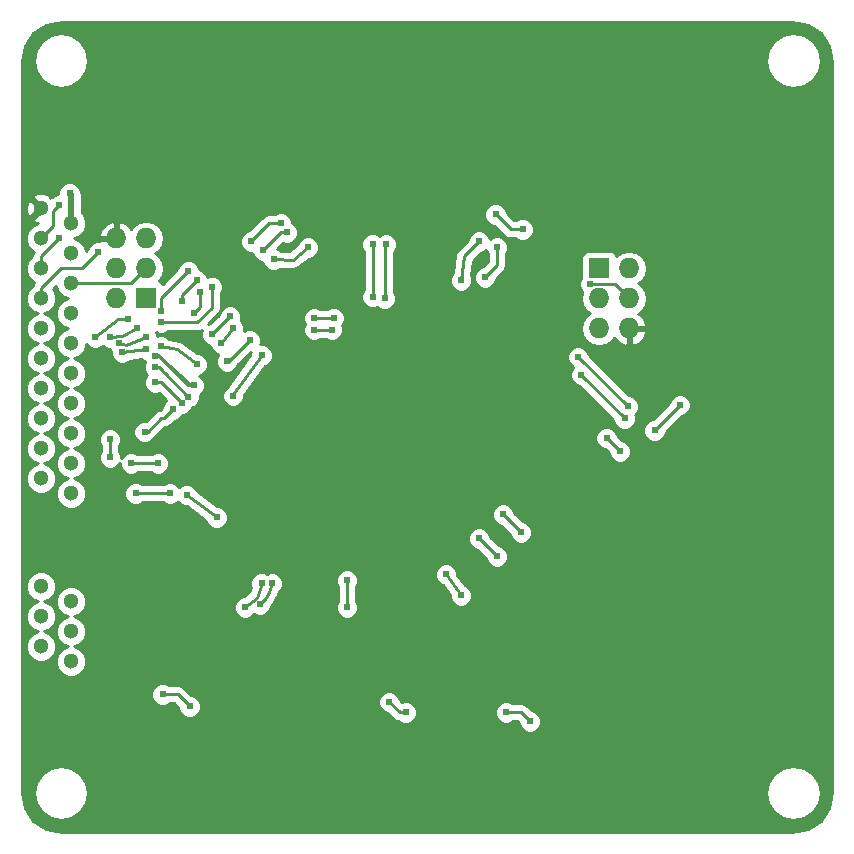
<source format=gbl>
G04 #@! TF.FileFunction,Copper,L2,Bot,Signal*
%FSLAX46Y46*%
G04 Gerber Fmt 4.6, Leading zero omitted, Abs format (unit mm)*
G04 Created by KiCad (PCBNEW 4.0.7-e2-6376~58~ubuntu16.04.1) date Sat Mar 31 11:21:19 2018*
%MOMM*%
%LPD*%
G01*
G04 APERTURE LIST*
%ADD10C,0.100000*%
%ADD11C,1.300000*%
%ADD12R,1.727200X1.727200*%
%ADD13O,1.727200X1.727200*%
%ADD14C,0.609600*%
%ADD15C,0.254000*%
%ADD16C,0.508000*%
G04 APERTURE END LIST*
D10*
D11*
X142443200Y-133400800D03*
X142443200Y-130860800D03*
X142443200Y-128320800D03*
X144983200Y-129590800D03*
X144983200Y-132130800D03*
X144983200Y-134670800D03*
X142443200Y-101396800D03*
X142443200Y-98856800D03*
X142443200Y-96316800D03*
X142443200Y-103936800D03*
X144983200Y-97586800D03*
X144983200Y-100126800D03*
X144983200Y-102666800D03*
X144983200Y-105206800D03*
X142443200Y-106476800D03*
X144983200Y-107746800D03*
X142443200Y-109016800D03*
X144983200Y-110286800D03*
X142443200Y-111556800D03*
X144983200Y-112826800D03*
X142443200Y-114096800D03*
X144983200Y-115366800D03*
X142443200Y-116636800D03*
X144983200Y-117906800D03*
X142443200Y-119176800D03*
X144983200Y-120446800D03*
D12*
X151333200Y-103936800D03*
D13*
X148793200Y-103936800D03*
X151333200Y-101396800D03*
X148793200Y-101396800D03*
X151333200Y-98856800D03*
X148793200Y-98856800D03*
D12*
X189687200Y-101396800D03*
D13*
X192227200Y-101396800D03*
X189687200Y-103936800D03*
X192227200Y-103936800D03*
X189687200Y-106476800D03*
X192227200Y-106476800D03*
D14*
X171399200Y-94538800D03*
X164541200Y-94538800D03*
X170891200Y-113588800D03*
X169875200Y-108127800D03*
X172923200Y-116382800D03*
X153365200Y-128066800D03*
X158953200Y-84124800D03*
X188798200Y-114350800D03*
X191846200Y-118541800D03*
X163525200Y-112064800D03*
X178892200Y-113334800D03*
X166065200Y-126669800D03*
X160985200Y-126542800D03*
X157302200Y-118160800D03*
X154127200Y-130606800D03*
X163779200Y-130352800D03*
X173177200Y-130225800D03*
X182575200Y-130098800D03*
X192227200Y-130098800D03*
X204419200Y-129336800D03*
X200101200Y-124129800D03*
X195529200Y-124129800D03*
X193243200Y-117525800D03*
X194767200Y-96570800D03*
X200355200Y-88950800D03*
X196545200Y-88696800D03*
X191338200Y-85394800D03*
X180035200Y-91744800D03*
X163398200Y-96316800D03*
X164287200Y-86156800D03*
X153238200Y-93903800D03*
X171526200Y-103936800D03*
X171653200Y-99364800D03*
X170510200Y-103809800D03*
X170510200Y-99364800D03*
X143967200Y-96062800D03*
X148285200Y-117398800D03*
X148285200Y-115874800D03*
X190322200Y-115747800D03*
X191465200Y-116890800D03*
X180924200Y-96824800D03*
X183210200Y-98094800D03*
X196545200Y-112953800D03*
X194386200Y-115112800D03*
X154762200Y-120573800D03*
X157302200Y-122478800D03*
X153365200Y-120446800D03*
X150444200Y-120446800D03*
X158699200Y-112191800D03*
X161112200Y-108762800D03*
X173304200Y-138988800D03*
X171907200Y-138099800D03*
X152730200Y-137464800D03*
X155016200Y-138480800D03*
X181813200Y-138988800D03*
X183845200Y-139750800D03*
X144856200Y-95046800D03*
X143967200Y-98856800D03*
X188925200Y-102717602D03*
X156889108Y-102952892D03*
X180035200Y-102158800D03*
X181051200Y-99618800D03*
X165049200Y-99618800D03*
X162128200Y-100634800D03*
X152603200Y-105968800D03*
X150571200Y-106476800D03*
X148285200Y-107238800D03*
X158699200Y-106476800D03*
X157683200Y-107746800D03*
X161239200Y-99872800D03*
X155651200Y-102412800D03*
X154381200Y-104190800D03*
X163271200Y-98348800D03*
X159715200Y-130098800D03*
X161112200Y-128066800D03*
X162001200Y-128066800D03*
X160985200Y-129844800D03*
X168351200Y-127812800D03*
X168351200Y-130098800D03*
X176733200Y-127304800D03*
X178003200Y-129082800D03*
X179527200Y-124256800D03*
X181051200Y-125780800D03*
X181559200Y-122224800D03*
X183083200Y-123748800D03*
X155905200Y-103428800D03*
X155397200Y-105206800D03*
X153619200Y-113334800D03*
X147269200Y-99999800D03*
X151206200Y-115239800D03*
X160223200Y-99110800D03*
X162763200Y-97586800D03*
X152624891Y-104960934D03*
X149809200Y-105714800D03*
X147015200Y-107238800D03*
X154917661Y-101615076D03*
X179527200Y-99110800D03*
X178003200Y-102412800D03*
X158445200Y-105460800D03*
X156921200Y-106984800D03*
X155651200Y-109524800D03*
X152603200Y-108000800D03*
X151333200Y-107238800D03*
X149047200Y-107746800D03*
X150063200Y-117906800D03*
X152349200Y-117906800D03*
X152095200Y-108839001D03*
X155397200Y-111302800D03*
X151333200Y-108254800D03*
X149301200Y-108508800D03*
X152095200Y-109778800D03*
X154920017Y-112287983D03*
X165557200Y-106603800D03*
X167081200Y-106603800D03*
X187909200Y-108889800D03*
X192100200Y-113080800D03*
X158191200Y-109270800D03*
X160096200Y-107492800D03*
X191846200Y-114096800D03*
X188163200Y-110413800D03*
X165557200Y-105587800D03*
X167208200Y-105587800D03*
X152095200Y-111048800D03*
X154381200Y-112826800D03*
D15*
X178892200Y-113334800D02*
X179019200Y-113334800D01*
X171526200Y-99491800D02*
X171526200Y-103936800D01*
X171653200Y-99364800D02*
X171526200Y-99491800D01*
X170510200Y-99364800D02*
X170510200Y-103809800D01*
X143459200Y-97840800D02*
X142443200Y-98856800D01*
X143459200Y-96570800D02*
X143459200Y-97840800D01*
X143967200Y-96062800D02*
X143459200Y-96570800D01*
X148285200Y-117398800D02*
X148285200Y-115874800D01*
X191465200Y-116890800D02*
X190322200Y-115747800D01*
X183210200Y-98094800D02*
X182194200Y-98094800D01*
X182194200Y-98094800D02*
X180924200Y-96824800D01*
X194386200Y-115112800D02*
X196545200Y-112953800D01*
X157302200Y-122478800D02*
X154806955Y-120573800D01*
X154806955Y-120573800D02*
X154762200Y-120573800D01*
X153365200Y-120446800D02*
X150444200Y-120446800D01*
X161112200Y-108762800D02*
X158699200Y-112064800D01*
X158699200Y-112064800D02*
X158699200Y-112191800D01*
X172796200Y-138988800D02*
X173304200Y-138988800D01*
X171907200Y-138099800D02*
X172796200Y-138988800D01*
X154000200Y-137464800D02*
X152730200Y-137464800D01*
X155016200Y-138480800D02*
X154000200Y-137464800D01*
X183083200Y-138988800D02*
X181813200Y-138988800D01*
X183845200Y-139750800D02*
X183083200Y-138988800D01*
D16*
X144983200Y-97586800D02*
X144983200Y-95173800D01*
X144983200Y-95173800D02*
X144856200Y-95046800D01*
D15*
X142443200Y-100380800D02*
X143967200Y-98856800D01*
X142443200Y-101396800D02*
X142443200Y-100380800D01*
X188925200Y-102717602D02*
X191008002Y-102717602D01*
X191008002Y-102717602D02*
X192227200Y-103936800D01*
X144983200Y-102666800D02*
X150063200Y-102666800D01*
X150063200Y-102666800D02*
X151333200Y-101396800D01*
X156889108Y-103968892D02*
X156889108Y-104730892D01*
X156889108Y-104730892D02*
X155651200Y-105968800D01*
X155651200Y-105968800D02*
X152603200Y-105968800D01*
X156889108Y-103968892D02*
X156889108Y-103717458D01*
X156889108Y-103717458D02*
X156889108Y-102952892D01*
X156889108Y-103968892D02*
X156889108Y-103904708D01*
X180035200Y-102158800D02*
X181051200Y-101142800D01*
X181051200Y-101142800D02*
X181051200Y-99618800D01*
X162128200Y-100634800D02*
X163733556Y-100680444D01*
X163733556Y-100680444D02*
X165049200Y-99618800D01*
X148285200Y-107238800D02*
X149287127Y-107093092D01*
X149287127Y-107093092D02*
X150571200Y-106476800D01*
X157683200Y-107746800D02*
X158699200Y-106476800D01*
X161239200Y-99872800D02*
X162763200Y-98348800D01*
X162763200Y-98348800D02*
X163271200Y-98348800D01*
X154381200Y-104190800D02*
X154381200Y-103682800D01*
X154381200Y-103682800D02*
X155651200Y-102412800D01*
X163271200Y-98348800D02*
X163203695Y-98348800D01*
X161112200Y-128066800D02*
X160731200Y-129255811D01*
X160731200Y-129255811D02*
X159715200Y-130098800D01*
X161747200Y-128828800D02*
X162001200Y-128066800D01*
X161493200Y-129336800D02*
X161747200Y-128828800D01*
X160985200Y-129844800D02*
X161493200Y-129336800D01*
X168351200Y-130098800D02*
X168351200Y-127812800D01*
X178003200Y-129082800D02*
X176733200Y-127304800D01*
X181051200Y-125780800D02*
X179527200Y-124256800D01*
X183083200Y-123748800D02*
X181559200Y-122224800D01*
X155905200Y-104698800D02*
X155905200Y-103428800D01*
X155397200Y-105206800D02*
X155905200Y-104698800D01*
X152603200Y-114096800D02*
X151460200Y-115239800D01*
X153619200Y-113334800D02*
X152857200Y-114096800D01*
X152857200Y-114096800D02*
X152603200Y-114096800D01*
X142443200Y-103936800D02*
X142443200Y-103047800D01*
X145872200Y-101396800D02*
X147269200Y-99999800D01*
X144094200Y-101396800D02*
X145872200Y-101396800D01*
X142443200Y-103047800D02*
X144094200Y-101396800D01*
X151460200Y-115239800D02*
X151206200Y-115239800D01*
X160223200Y-99110800D02*
X161747200Y-97586800D01*
X161747200Y-97586800D02*
X162763200Y-97586800D01*
X152624891Y-104960934D02*
X152624891Y-103907846D01*
X152624891Y-103907846D02*
X152677807Y-103854930D01*
X147015200Y-107238800D02*
X148920199Y-105664001D01*
X148920199Y-105664001D02*
X149809200Y-105714800D01*
X152677807Y-103854930D02*
X154917661Y-101615076D01*
X178003200Y-102412800D02*
X178257200Y-100380800D01*
X178257200Y-100380800D02*
X179527200Y-99110800D01*
X156921200Y-106984800D02*
X158445200Y-105460800D01*
X155651200Y-109524800D02*
X153949400Y-108254800D01*
X153949400Y-108254800D02*
X152603200Y-108000800D01*
X149047200Y-107746800D02*
X149606051Y-107905408D01*
X149606051Y-107905408D02*
X151333200Y-107238800D01*
X152349200Y-117906800D02*
X150063200Y-117906800D01*
X152349200Y-108762800D02*
X152171401Y-108762800D01*
X152171401Y-108762800D02*
X152095200Y-108839001D01*
X155397200Y-111302800D02*
X154889200Y-111302800D01*
X154889200Y-111302800D02*
X152349200Y-108762800D01*
X152603200Y-109016800D02*
X155128635Y-111302800D01*
X155128635Y-111302800D02*
X155397200Y-111302800D01*
X149301200Y-108508800D02*
X151333200Y-108254800D01*
X154920017Y-112287983D02*
X152410834Y-109778800D01*
X152410834Y-109778800D02*
X152095200Y-109778800D01*
X154920017Y-112287983D02*
X152918834Y-110286800D01*
X167081200Y-106603800D02*
X165557200Y-106603800D01*
X192100200Y-113080800D02*
X187909200Y-108889800D01*
X158318200Y-109270800D02*
X158191200Y-109270800D01*
X160096200Y-107492800D02*
X158318200Y-109270800D01*
X188163200Y-110413800D02*
X191846200Y-114096800D01*
X165557200Y-105587800D02*
X167208200Y-105587800D01*
X152095200Y-111048800D02*
X152603200Y-111048800D01*
X152603200Y-111048800D02*
X154381200Y-112826800D01*
X152857200Y-111302800D02*
X154381200Y-112826800D01*
G36*
X207396459Y-80757738D02*
X208467568Y-81473429D01*
X209183262Y-82544540D01*
X209448000Y-83875467D01*
X209448000Y-145740533D01*
X209183262Y-147071460D01*
X208467568Y-148142571D01*
X207396459Y-148858262D01*
X206065533Y-149123000D01*
X144200467Y-149123000D01*
X142869540Y-148858262D01*
X141798429Y-148142568D01*
X141082738Y-147071459D01*
X140831421Y-145808000D01*
X141816050Y-145808000D01*
X141992417Y-146694658D01*
X142494669Y-147446331D01*
X143246342Y-147948583D01*
X144133000Y-148124950D01*
X145019658Y-147948583D01*
X145771331Y-147446331D01*
X146273583Y-146694658D01*
X146449950Y-145808000D01*
X203816050Y-145808000D01*
X203992417Y-146694658D01*
X204494669Y-147446331D01*
X205246342Y-147948583D01*
X206133000Y-148124950D01*
X207019658Y-147948583D01*
X207771331Y-147446331D01*
X208273583Y-146694658D01*
X208449950Y-145808000D01*
X208273583Y-144921342D01*
X207771331Y-144169669D01*
X207019658Y-143667417D01*
X206133000Y-143491050D01*
X205246342Y-143667417D01*
X204494669Y-144169669D01*
X203992417Y-144921342D01*
X203816050Y-145808000D01*
X146449950Y-145808000D01*
X146273583Y-144921342D01*
X145771331Y-144169669D01*
X145019658Y-143667417D01*
X144133000Y-143491050D01*
X143246342Y-143667417D01*
X142494669Y-144169669D01*
X141992417Y-144921342D01*
X141816050Y-145808000D01*
X140831421Y-145808000D01*
X140818000Y-145740533D01*
X140818000Y-137650918D01*
X151790237Y-137650918D01*
X151933012Y-137996459D01*
X152197151Y-138261059D01*
X152542442Y-138404437D01*
X152916318Y-138404763D01*
X153261859Y-138261988D01*
X153297108Y-138226800D01*
X153684570Y-138226800D01*
X154076279Y-138618509D01*
X154076237Y-138666918D01*
X154219012Y-139012459D01*
X154483151Y-139277059D01*
X154828442Y-139420437D01*
X155202318Y-139420763D01*
X155547859Y-139277988D01*
X155812459Y-139013849D01*
X155955837Y-138668558D01*
X155956163Y-138294682D01*
X155952542Y-138285918D01*
X170967237Y-138285918D01*
X171110012Y-138631459D01*
X171374151Y-138896059D01*
X171719442Y-139039437D01*
X171769250Y-139039480D01*
X172257385Y-139527615D01*
X172504595Y-139692796D01*
X172722272Y-139736095D01*
X172771151Y-139785059D01*
X173116442Y-139928437D01*
X173490318Y-139928763D01*
X173835859Y-139785988D01*
X174100459Y-139521849D01*
X174243837Y-139176558D01*
X174243838Y-139174918D01*
X180873237Y-139174918D01*
X181016012Y-139520459D01*
X181280151Y-139785059D01*
X181625442Y-139928437D01*
X181999318Y-139928763D01*
X182344859Y-139785988D01*
X182380108Y-139750800D01*
X182767570Y-139750800D01*
X182905279Y-139888510D01*
X182905237Y-139936918D01*
X183048012Y-140282459D01*
X183312151Y-140547059D01*
X183657442Y-140690437D01*
X184031318Y-140690763D01*
X184376859Y-140547988D01*
X184641459Y-140283849D01*
X184784837Y-139938558D01*
X184785163Y-139564682D01*
X184642388Y-139219141D01*
X184378249Y-138954541D01*
X184032958Y-138811163D01*
X183983150Y-138811120D01*
X183622015Y-138449985D01*
X183374805Y-138284804D01*
X183083200Y-138226800D01*
X182380448Y-138226800D01*
X182346249Y-138192541D01*
X182000958Y-138049163D01*
X181627082Y-138048837D01*
X181281541Y-138191612D01*
X181016941Y-138455751D01*
X180873563Y-138801042D01*
X180873237Y-139174918D01*
X174243838Y-139174918D01*
X174244163Y-138802682D01*
X174101388Y-138457141D01*
X173837249Y-138192541D01*
X173491958Y-138049163D01*
X173118082Y-138048837D01*
X172987728Y-138102698D01*
X172847121Y-137962091D01*
X172847163Y-137913682D01*
X172704388Y-137568141D01*
X172440249Y-137303541D01*
X172094958Y-137160163D01*
X171721082Y-137159837D01*
X171375541Y-137302612D01*
X171110941Y-137566751D01*
X170967563Y-137912042D01*
X170967237Y-138285918D01*
X155952542Y-138285918D01*
X155813388Y-137949141D01*
X155549249Y-137684541D01*
X155203958Y-137541163D01*
X155154150Y-137541120D01*
X154539015Y-136925985D01*
X154291805Y-136760804D01*
X154000200Y-136702800D01*
X153297448Y-136702800D01*
X153263249Y-136668541D01*
X152917958Y-136525163D01*
X152544082Y-136524837D01*
X152198541Y-136667612D01*
X151933941Y-136931751D01*
X151790563Y-137277042D01*
X151790237Y-137650918D01*
X140818000Y-137650918D01*
X140818000Y-128575281D01*
X141157977Y-128575281D01*
X141353195Y-129047743D01*
X141714355Y-129409535D01*
X142151382Y-129591005D01*
X141716257Y-129770795D01*
X141354465Y-130131955D01*
X141158423Y-130604076D01*
X141157977Y-131115281D01*
X141353195Y-131587743D01*
X141714355Y-131949535D01*
X142151382Y-132131005D01*
X141716257Y-132310795D01*
X141354465Y-132671955D01*
X141158423Y-133144076D01*
X141157977Y-133655281D01*
X141353195Y-134127743D01*
X141714355Y-134489535D01*
X142186476Y-134685577D01*
X142697681Y-134686023D01*
X143170143Y-134490805D01*
X143531935Y-134129645D01*
X143727977Y-133657524D01*
X143728423Y-133146319D01*
X143533205Y-132673857D01*
X143172045Y-132312065D01*
X142735018Y-132130595D01*
X143170143Y-131950805D01*
X143531935Y-131589645D01*
X143727977Y-131117524D01*
X143728423Y-130606319D01*
X143533205Y-130133857D01*
X143245134Y-129845281D01*
X143697977Y-129845281D01*
X143893195Y-130317743D01*
X144254355Y-130679535D01*
X144691382Y-130861005D01*
X144256257Y-131040795D01*
X143894465Y-131401955D01*
X143698423Y-131874076D01*
X143697977Y-132385281D01*
X143893195Y-132857743D01*
X144254355Y-133219535D01*
X144691382Y-133401005D01*
X144256257Y-133580795D01*
X143894465Y-133941955D01*
X143698423Y-134414076D01*
X143697977Y-134925281D01*
X143893195Y-135397743D01*
X144254355Y-135759535D01*
X144726476Y-135955577D01*
X145237681Y-135956023D01*
X145710143Y-135760805D01*
X146071935Y-135399645D01*
X146267977Y-134927524D01*
X146268423Y-134416319D01*
X146073205Y-133943857D01*
X145712045Y-133582065D01*
X145275018Y-133400595D01*
X145710143Y-133220805D01*
X146071935Y-132859645D01*
X146267977Y-132387524D01*
X146268423Y-131876319D01*
X146073205Y-131403857D01*
X145712045Y-131042065D01*
X145275018Y-130860595D01*
X145710143Y-130680805D01*
X146071935Y-130319645D01*
X146086354Y-130284918D01*
X158775237Y-130284918D01*
X158918012Y-130630459D01*
X159182151Y-130895059D01*
X159527442Y-131038437D01*
X159901318Y-131038763D01*
X160246859Y-130895988D01*
X160487521Y-130655746D01*
X160797442Y-130784437D01*
X161171318Y-130784763D01*
X161516859Y-130641988D01*
X161781459Y-130377849D01*
X161924837Y-130032558D01*
X161924880Y-129982750D01*
X162032015Y-129875616D01*
X162099870Y-129774064D01*
X162174754Y-129677577D01*
X162428753Y-129169577D01*
X162443133Y-129117068D01*
X162470097Y-129069766D01*
X162541597Y-128855265D01*
X162797459Y-128599849D01*
X162940837Y-128254558D01*
X162941059Y-127998918D01*
X167411237Y-127998918D01*
X167554012Y-128344459D01*
X167589200Y-128379708D01*
X167589200Y-129531552D01*
X167554941Y-129565751D01*
X167411563Y-129911042D01*
X167411237Y-130284918D01*
X167554012Y-130630459D01*
X167818151Y-130895059D01*
X168163442Y-131038437D01*
X168537318Y-131038763D01*
X168882859Y-130895988D01*
X169147459Y-130631849D01*
X169290837Y-130286558D01*
X169291163Y-129912682D01*
X169148388Y-129567141D01*
X169113200Y-129531892D01*
X169113200Y-128380048D01*
X169147459Y-128345849D01*
X169290837Y-128000558D01*
X169291163Y-127626682D01*
X169235067Y-127490918D01*
X175793237Y-127490918D01*
X175936012Y-127836459D01*
X176200151Y-128101059D01*
X176435266Y-128198688D01*
X177063403Y-129078080D01*
X177063237Y-129268918D01*
X177206012Y-129614459D01*
X177470151Y-129879059D01*
X177815442Y-130022437D01*
X178189318Y-130022763D01*
X178534859Y-129879988D01*
X178799459Y-129615849D01*
X178942837Y-129270558D01*
X178943163Y-128896682D01*
X178800388Y-128551141D01*
X178536249Y-128286541D01*
X178301133Y-128188912D01*
X177672997Y-127309520D01*
X177673163Y-127118682D01*
X177530388Y-126773141D01*
X177266249Y-126508541D01*
X176920958Y-126365163D01*
X176547082Y-126364837D01*
X176201541Y-126507612D01*
X175936941Y-126771751D01*
X175793563Y-127117042D01*
X175793237Y-127490918D01*
X169235067Y-127490918D01*
X169148388Y-127281141D01*
X168884249Y-127016541D01*
X168538958Y-126873163D01*
X168165082Y-126872837D01*
X167819541Y-127015612D01*
X167554941Y-127279751D01*
X167411563Y-127625042D01*
X167411237Y-127998918D01*
X162941059Y-127998918D01*
X162941163Y-127880682D01*
X162798388Y-127535141D01*
X162534249Y-127270541D01*
X162188958Y-127127163D01*
X161815082Y-127126837D01*
X161556491Y-127233685D01*
X161299958Y-127127163D01*
X160926082Y-127126837D01*
X160580541Y-127269612D01*
X160315941Y-127533751D01*
X160172563Y-127879042D01*
X160172237Y-128252918D01*
X160217384Y-128362183D01*
X160073428Y-128811435D01*
X159654595Y-129158946D01*
X159529082Y-129158837D01*
X159183541Y-129301612D01*
X158918941Y-129565751D01*
X158775563Y-129911042D01*
X158775237Y-130284918D01*
X146086354Y-130284918D01*
X146267977Y-129847524D01*
X146268423Y-129336319D01*
X146073205Y-128863857D01*
X145712045Y-128502065D01*
X145239924Y-128306023D01*
X144728719Y-128305577D01*
X144256257Y-128500795D01*
X143894465Y-128861955D01*
X143698423Y-129334076D01*
X143697977Y-129845281D01*
X143245134Y-129845281D01*
X143172045Y-129772065D01*
X142735018Y-129590595D01*
X143170143Y-129410805D01*
X143531935Y-129049645D01*
X143727977Y-128577524D01*
X143728423Y-128066319D01*
X143533205Y-127593857D01*
X143172045Y-127232065D01*
X142699924Y-127036023D01*
X142188719Y-127035577D01*
X141716257Y-127230795D01*
X141354465Y-127591955D01*
X141158423Y-128064076D01*
X141157977Y-128575281D01*
X140818000Y-128575281D01*
X140818000Y-124442918D01*
X178587237Y-124442918D01*
X178730012Y-124788459D01*
X178994151Y-125053059D01*
X179339442Y-125196437D01*
X179389250Y-125196480D01*
X180111279Y-125918510D01*
X180111237Y-125966918D01*
X180254012Y-126312459D01*
X180518151Y-126577059D01*
X180863442Y-126720437D01*
X181237318Y-126720763D01*
X181582859Y-126577988D01*
X181847459Y-126313849D01*
X181990837Y-125968558D01*
X181991163Y-125594682D01*
X181848388Y-125249141D01*
X181584249Y-124984541D01*
X181238958Y-124841163D01*
X181189150Y-124841120D01*
X180467121Y-124119091D01*
X180467163Y-124070682D01*
X180324388Y-123725141D01*
X180060249Y-123460541D01*
X179714958Y-123317163D01*
X179341082Y-123316837D01*
X178995541Y-123459612D01*
X178730941Y-123723751D01*
X178587563Y-124069042D01*
X178587237Y-124442918D01*
X140818000Y-124442918D01*
X140818000Y-99111281D01*
X141157977Y-99111281D01*
X141353195Y-99583743D01*
X141714355Y-99945535D01*
X141808949Y-99984814D01*
X141739204Y-100089195D01*
X141690882Y-100332126D01*
X141354465Y-100667955D01*
X141158423Y-101140076D01*
X141157977Y-101651281D01*
X141353195Y-102123743D01*
X141714355Y-102485535D01*
X141875378Y-102552398D01*
X141739204Y-102756195D01*
X141721624Y-102844578D01*
X141716257Y-102846795D01*
X141354465Y-103207955D01*
X141158423Y-103680076D01*
X141157977Y-104191281D01*
X141353195Y-104663743D01*
X141714355Y-105025535D01*
X142151382Y-105207005D01*
X141716257Y-105386795D01*
X141354465Y-105747955D01*
X141158423Y-106220076D01*
X141157977Y-106731281D01*
X141353195Y-107203743D01*
X141714355Y-107565535D01*
X142151382Y-107747005D01*
X141716257Y-107926795D01*
X141354465Y-108287955D01*
X141158423Y-108760076D01*
X141157977Y-109271281D01*
X141353195Y-109743743D01*
X141714355Y-110105535D01*
X142151382Y-110287005D01*
X141716257Y-110466795D01*
X141354465Y-110827955D01*
X141158423Y-111300076D01*
X141157977Y-111811281D01*
X141353195Y-112283743D01*
X141714355Y-112645535D01*
X142151382Y-112827005D01*
X141716257Y-113006795D01*
X141354465Y-113367955D01*
X141158423Y-113840076D01*
X141157977Y-114351281D01*
X141353195Y-114823743D01*
X141714355Y-115185535D01*
X142151382Y-115367005D01*
X141716257Y-115546795D01*
X141354465Y-115907955D01*
X141158423Y-116380076D01*
X141157977Y-116891281D01*
X141353195Y-117363743D01*
X141714355Y-117725535D01*
X142151382Y-117907005D01*
X141716257Y-118086795D01*
X141354465Y-118447955D01*
X141158423Y-118920076D01*
X141157977Y-119431281D01*
X141353195Y-119903743D01*
X141714355Y-120265535D01*
X142186476Y-120461577D01*
X142697681Y-120462023D01*
X143170143Y-120266805D01*
X143531935Y-119905645D01*
X143727977Y-119433524D01*
X143728423Y-118922319D01*
X143533205Y-118449857D01*
X143172045Y-118088065D01*
X142735018Y-117906595D01*
X143170143Y-117726805D01*
X143531935Y-117365645D01*
X143727977Y-116893524D01*
X143728423Y-116382319D01*
X143533205Y-115909857D01*
X143172045Y-115548065D01*
X142735018Y-115366595D01*
X143170143Y-115186805D01*
X143531935Y-114825645D01*
X143727977Y-114353524D01*
X143728423Y-113842319D01*
X143533205Y-113369857D01*
X143172045Y-113008065D01*
X142735018Y-112826595D01*
X143170143Y-112646805D01*
X143531935Y-112285645D01*
X143727977Y-111813524D01*
X143728423Y-111302319D01*
X143533205Y-110829857D01*
X143172045Y-110468065D01*
X142735018Y-110286595D01*
X143170143Y-110106805D01*
X143531935Y-109745645D01*
X143727977Y-109273524D01*
X143728423Y-108762319D01*
X143533205Y-108289857D01*
X143172045Y-107928065D01*
X142735018Y-107746595D01*
X143170143Y-107566805D01*
X143531935Y-107205645D01*
X143727977Y-106733524D01*
X143728423Y-106222319D01*
X143533205Y-105749857D01*
X143172045Y-105388065D01*
X142735018Y-105206595D01*
X143170143Y-105026805D01*
X143531935Y-104665645D01*
X143727977Y-104193524D01*
X143728423Y-103682319D01*
X143533205Y-103209857D01*
X143446065Y-103122565D01*
X143698021Y-102870609D01*
X143697977Y-102921281D01*
X143893195Y-103393743D01*
X144254355Y-103755535D01*
X144691382Y-103937005D01*
X144256257Y-104116795D01*
X143894465Y-104477955D01*
X143698423Y-104950076D01*
X143697977Y-105461281D01*
X143893195Y-105933743D01*
X144254355Y-106295535D01*
X144691382Y-106477005D01*
X144256257Y-106656795D01*
X143894465Y-107017955D01*
X143698423Y-107490076D01*
X143697977Y-108001281D01*
X143893195Y-108473743D01*
X144254355Y-108835535D01*
X144691382Y-109017005D01*
X144256257Y-109196795D01*
X143894465Y-109557955D01*
X143698423Y-110030076D01*
X143697977Y-110541281D01*
X143893195Y-111013743D01*
X144254355Y-111375535D01*
X144691382Y-111557005D01*
X144256257Y-111736795D01*
X143894465Y-112097955D01*
X143698423Y-112570076D01*
X143697977Y-113081281D01*
X143893195Y-113553743D01*
X144254355Y-113915535D01*
X144691382Y-114097005D01*
X144256257Y-114276795D01*
X143894465Y-114637955D01*
X143698423Y-115110076D01*
X143697977Y-115621281D01*
X143893195Y-116093743D01*
X144254355Y-116455535D01*
X144691382Y-116637005D01*
X144256257Y-116816795D01*
X143894465Y-117177955D01*
X143698423Y-117650076D01*
X143697977Y-118161281D01*
X143893195Y-118633743D01*
X144254355Y-118995535D01*
X144691382Y-119177005D01*
X144256257Y-119356795D01*
X143894465Y-119717955D01*
X143698423Y-120190076D01*
X143697977Y-120701281D01*
X143893195Y-121173743D01*
X144254355Y-121535535D01*
X144726476Y-121731577D01*
X145237681Y-121732023D01*
X145710143Y-121536805D01*
X146071935Y-121175645D01*
X146267977Y-120703524D01*
X146268038Y-120632918D01*
X149504237Y-120632918D01*
X149647012Y-120978459D01*
X149911151Y-121243059D01*
X150256442Y-121386437D01*
X150630318Y-121386763D01*
X150975859Y-121243988D01*
X151011108Y-121208800D01*
X152797952Y-121208800D01*
X152832151Y-121243059D01*
X153177442Y-121386437D01*
X153551318Y-121386763D01*
X153896859Y-121243988D01*
X154000259Y-121140768D01*
X154229151Y-121370059D01*
X154574442Y-121513437D01*
X154782242Y-121513618D01*
X156395405Y-122745192D01*
X156505012Y-123010459D01*
X156769151Y-123275059D01*
X157114442Y-123418437D01*
X157488318Y-123418763D01*
X157833859Y-123275988D01*
X158098459Y-123011849D01*
X158241837Y-122666558D01*
X158242059Y-122410918D01*
X180619237Y-122410918D01*
X180762012Y-122756459D01*
X181026151Y-123021059D01*
X181371442Y-123164437D01*
X181421250Y-123164480D01*
X182143279Y-123886510D01*
X182143237Y-123934918D01*
X182286012Y-124280459D01*
X182550151Y-124545059D01*
X182895442Y-124688437D01*
X183269318Y-124688763D01*
X183614859Y-124545988D01*
X183879459Y-124281849D01*
X184022837Y-123936558D01*
X184023163Y-123562682D01*
X183880388Y-123217141D01*
X183616249Y-122952541D01*
X183270958Y-122809163D01*
X183221150Y-122809120D01*
X182499121Y-122087091D01*
X182499163Y-122038682D01*
X182356388Y-121693141D01*
X182092249Y-121428541D01*
X181746958Y-121285163D01*
X181373082Y-121284837D01*
X181027541Y-121427612D01*
X180762941Y-121691751D01*
X180619563Y-122037042D01*
X180619237Y-122410918D01*
X158242059Y-122410918D01*
X158242163Y-122292682D01*
X158099388Y-121947141D01*
X157835249Y-121682541D01*
X157489958Y-121539163D01*
X157326965Y-121539021D01*
X155648371Y-120257495D01*
X155559388Y-120042141D01*
X155295249Y-119777541D01*
X154949958Y-119634163D01*
X154576082Y-119633837D01*
X154230541Y-119776612D01*
X154127141Y-119879832D01*
X153898249Y-119650541D01*
X153552958Y-119507163D01*
X153179082Y-119506837D01*
X152833541Y-119649612D01*
X152798292Y-119684800D01*
X151011448Y-119684800D01*
X150977249Y-119650541D01*
X150631958Y-119507163D01*
X150258082Y-119506837D01*
X149912541Y-119649612D01*
X149647941Y-119913751D01*
X149504563Y-120259042D01*
X149504237Y-120632918D01*
X146268038Y-120632918D01*
X146268423Y-120192319D01*
X146073205Y-119719857D01*
X145712045Y-119358065D01*
X145275018Y-119176595D01*
X145710143Y-118996805D01*
X146071935Y-118635645D01*
X146267977Y-118163524D01*
X146268423Y-117652319D01*
X146073205Y-117179857D01*
X145712045Y-116818065D01*
X145275018Y-116636595D01*
X145710143Y-116456805D01*
X146071935Y-116095645D01*
X146086354Y-116060918D01*
X147345237Y-116060918D01*
X147488012Y-116406459D01*
X147523200Y-116441708D01*
X147523200Y-116831552D01*
X147488941Y-116865751D01*
X147345563Y-117211042D01*
X147345237Y-117584918D01*
X147488012Y-117930459D01*
X147752151Y-118195059D01*
X148097442Y-118338437D01*
X148471318Y-118338763D01*
X148816859Y-118195988D01*
X149081459Y-117931849D01*
X149123466Y-117830686D01*
X149123237Y-118092918D01*
X149266012Y-118438459D01*
X149530151Y-118703059D01*
X149875442Y-118846437D01*
X150249318Y-118846763D01*
X150594859Y-118703988D01*
X150630108Y-118668800D01*
X151781952Y-118668800D01*
X151816151Y-118703059D01*
X152161442Y-118846437D01*
X152535318Y-118846763D01*
X152880859Y-118703988D01*
X153145459Y-118439849D01*
X153288837Y-118094558D01*
X153289163Y-117720682D01*
X153146388Y-117375141D01*
X152882249Y-117110541D01*
X152536958Y-116967163D01*
X152163082Y-116966837D01*
X151817541Y-117109612D01*
X151782292Y-117144800D01*
X150630448Y-117144800D01*
X150596249Y-117110541D01*
X150250958Y-116967163D01*
X149877082Y-116966837D01*
X149531541Y-117109612D01*
X149266941Y-117373751D01*
X149224934Y-117474914D01*
X149225163Y-117212682D01*
X149082388Y-116867141D01*
X149047200Y-116831892D01*
X149047200Y-116442048D01*
X149081459Y-116407849D01*
X149224837Y-116062558D01*
X149225163Y-115688682D01*
X149082388Y-115343141D01*
X148818249Y-115078541D01*
X148472958Y-114935163D01*
X148099082Y-114934837D01*
X147753541Y-115077612D01*
X147488941Y-115341751D01*
X147345563Y-115687042D01*
X147345237Y-116060918D01*
X146086354Y-116060918D01*
X146267977Y-115623524D01*
X146268423Y-115112319D01*
X146073205Y-114639857D01*
X145712045Y-114278065D01*
X145275018Y-114096595D01*
X145710143Y-113916805D01*
X146071935Y-113555645D01*
X146267977Y-113083524D01*
X146268423Y-112572319D01*
X146073205Y-112099857D01*
X145712045Y-111738065D01*
X145275018Y-111556595D01*
X145710143Y-111376805D01*
X146071935Y-111015645D01*
X146267977Y-110543524D01*
X146268423Y-110032319D01*
X146073205Y-109559857D01*
X145712045Y-109198065D01*
X145275018Y-109016595D01*
X145710143Y-108836805D01*
X146071935Y-108475645D01*
X146267977Y-108003524D01*
X146268137Y-107820671D01*
X146482151Y-108035059D01*
X146827442Y-108178437D01*
X147201318Y-108178763D01*
X147546859Y-108035988D01*
X147650148Y-107932878D01*
X147752151Y-108035059D01*
X148097442Y-108178437D01*
X148208724Y-108178534D01*
X148250012Y-108278459D01*
X148361503Y-108390144D01*
X148361237Y-108694918D01*
X148504012Y-109040459D01*
X148768151Y-109305059D01*
X149113442Y-109448437D01*
X149487318Y-109448763D01*
X149832859Y-109305988D01*
X149942466Y-109196572D01*
X150871050Y-109080499D01*
X151145442Y-109194437D01*
X151225227Y-109194507D01*
X151272606Y-109309173D01*
X151155563Y-109591042D01*
X151155237Y-109964918D01*
X151298012Y-110310459D01*
X151401122Y-110413748D01*
X151298941Y-110515751D01*
X151155563Y-110861042D01*
X151155237Y-111234918D01*
X151298012Y-111580459D01*
X151562151Y-111845059D01*
X151907442Y-111988437D01*
X152281318Y-111988763D01*
X152411672Y-111934902D01*
X153050929Y-112574160D01*
X152822941Y-112801751D01*
X152679563Y-113147042D01*
X152679520Y-113196850D01*
X152526267Y-113350103D01*
X152311595Y-113392804D01*
X152064385Y-113557985D01*
X151322270Y-114300100D01*
X151020082Y-114299837D01*
X150674541Y-114442612D01*
X150409941Y-114706751D01*
X150266563Y-115052042D01*
X150266237Y-115425918D01*
X150409012Y-115771459D01*
X150673151Y-116036059D01*
X151018442Y-116179437D01*
X151392318Y-116179763D01*
X151737859Y-116036988D01*
X151841109Y-115933918D01*
X189382237Y-115933918D01*
X189525012Y-116279459D01*
X189789151Y-116544059D01*
X190134442Y-116687437D01*
X190184250Y-116687480D01*
X190525279Y-117028509D01*
X190525237Y-117076918D01*
X190668012Y-117422459D01*
X190932151Y-117687059D01*
X191277442Y-117830437D01*
X191651318Y-117830763D01*
X191996859Y-117687988D01*
X192261459Y-117423849D01*
X192404837Y-117078558D01*
X192405163Y-116704682D01*
X192262388Y-116359141D01*
X191998249Y-116094541D01*
X191652958Y-115951163D01*
X191603150Y-115951120D01*
X191262121Y-115610091D01*
X191262163Y-115561682D01*
X191153591Y-115298918D01*
X193446237Y-115298918D01*
X193589012Y-115644459D01*
X193853151Y-115909059D01*
X194198442Y-116052437D01*
X194572318Y-116052763D01*
X194917859Y-115909988D01*
X195182459Y-115645849D01*
X195325837Y-115300558D01*
X195325880Y-115250750D01*
X196682909Y-113893721D01*
X196731318Y-113893763D01*
X197076859Y-113750988D01*
X197341459Y-113486849D01*
X197484837Y-113141558D01*
X197485163Y-112767682D01*
X197342388Y-112422141D01*
X197078249Y-112157541D01*
X196732958Y-112014163D01*
X196359082Y-112013837D01*
X196013541Y-112156612D01*
X195748941Y-112420751D01*
X195605563Y-112766042D01*
X195605520Y-112815850D01*
X194248491Y-114172879D01*
X194200082Y-114172837D01*
X193854541Y-114315612D01*
X193589941Y-114579751D01*
X193446563Y-114925042D01*
X193446237Y-115298918D01*
X191153591Y-115298918D01*
X191119388Y-115216141D01*
X190855249Y-114951541D01*
X190509958Y-114808163D01*
X190136082Y-114807837D01*
X189790541Y-114950612D01*
X189525941Y-115214751D01*
X189382563Y-115560042D01*
X189382237Y-115933918D01*
X151841109Y-115933918D01*
X151991962Y-115783328D01*
X151999015Y-115778615D01*
X152934133Y-114843497D01*
X153148805Y-114800796D01*
X153396015Y-114635615D01*
X153756910Y-114274721D01*
X153805318Y-114274763D01*
X154150859Y-114131988D01*
X154415459Y-113867849D01*
X154457474Y-113766667D01*
X154567318Y-113766763D01*
X154912859Y-113623988D01*
X155177459Y-113359849D01*
X155258345Y-113165054D01*
X155451676Y-113085171D01*
X155716276Y-112821032D01*
X155859654Y-112475741D01*
X155859957Y-112128458D01*
X155928859Y-112099988D01*
X156193459Y-111835849D01*
X156336837Y-111490558D01*
X156337163Y-111116682D01*
X156194388Y-110771141D01*
X155930249Y-110506541D01*
X155829621Y-110464756D01*
X155837318Y-110464763D01*
X156182859Y-110321988D01*
X156447459Y-110057849D01*
X156590837Y-109712558D01*
X156591163Y-109338682D01*
X156448388Y-108993141D01*
X156184249Y-108728541D01*
X155838958Y-108585163D01*
X155665952Y-108585012D01*
X154405140Y-107644108D01*
X154383553Y-107633819D01*
X154366476Y-107617076D01*
X154250046Y-107570189D01*
X154136747Y-107516190D01*
X154112865Y-107514946D01*
X154090681Y-107506012D01*
X153285547Y-107354100D01*
X153136249Y-107204541D01*
X152790958Y-107061163D01*
X152417082Y-107060837D01*
X152273104Y-107120328D01*
X152273163Y-107052682D01*
X152171751Y-106807247D01*
X152415442Y-106908437D01*
X152789318Y-106908763D01*
X153134859Y-106765988D01*
X153170108Y-106730800D01*
X155651200Y-106730800D01*
X155942805Y-106672796D01*
X156067849Y-106589244D01*
X155981563Y-106797042D01*
X155981237Y-107170918D01*
X156124012Y-107516459D01*
X156388151Y-107781059D01*
X156733442Y-107924437D01*
X156743244Y-107924446D01*
X156743237Y-107932918D01*
X156886012Y-108278459D01*
X157150151Y-108543059D01*
X157460768Y-108672039D01*
X157394941Y-108737751D01*
X157251563Y-109083042D01*
X157251237Y-109456918D01*
X157394012Y-109802459D01*
X157658151Y-110067059D01*
X158003442Y-110210437D01*
X158377318Y-110210763D01*
X158722859Y-110067988D01*
X158987459Y-109803849D01*
X159075993Y-109590638D01*
X160230063Y-108436568D01*
X160172563Y-108575042D01*
X160172404Y-108757347D01*
X158278752Y-111348660D01*
X158167541Y-111394612D01*
X157902941Y-111658751D01*
X157759563Y-112004042D01*
X157759237Y-112377918D01*
X157902012Y-112723459D01*
X158166151Y-112988059D01*
X158511442Y-113131437D01*
X158885318Y-113131763D01*
X159230859Y-112988988D01*
X159495459Y-112724849D01*
X159638837Y-112379558D01*
X159639107Y-112070101D01*
X161399695Y-109660875D01*
X161643859Y-109559988D01*
X161908459Y-109295849D01*
X161999782Y-109075918D01*
X186969237Y-109075918D01*
X187112012Y-109421459D01*
X187376151Y-109686059D01*
X187507385Y-109740552D01*
X187366941Y-109880751D01*
X187223563Y-110226042D01*
X187223237Y-110599918D01*
X187366012Y-110945459D01*
X187630151Y-111210059D01*
X187975442Y-111353437D01*
X188025250Y-111353480D01*
X190906279Y-114234510D01*
X190906237Y-114282918D01*
X191049012Y-114628459D01*
X191313151Y-114893059D01*
X191658442Y-115036437D01*
X192032318Y-115036763D01*
X192377859Y-114893988D01*
X192642459Y-114629849D01*
X192785837Y-114284558D01*
X192786163Y-113910682D01*
X192731539Y-113778482D01*
X192896459Y-113613849D01*
X193039837Y-113268558D01*
X193040163Y-112894682D01*
X192897388Y-112549141D01*
X192633249Y-112284541D01*
X192287958Y-112141163D01*
X192238150Y-112141120D01*
X188849121Y-108752091D01*
X188849163Y-108703682D01*
X188706388Y-108358141D01*
X188442249Y-108093541D01*
X188096958Y-107950163D01*
X187723082Y-107949837D01*
X187377541Y-108092612D01*
X187112941Y-108356751D01*
X186969563Y-108702042D01*
X186969237Y-109075918D01*
X161999782Y-109075918D01*
X162051837Y-108950558D01*
X162052163Y-108576682D01*
X161909388Y-108231141D01*
X161645249Y-107966541D01*
X161299958Y-107823163D01*
X160976739Y-107822881D01*
X161035837Y-107680558D01*
X161036163Y-107306682D01*
X160893388Y-106961141D01*
X160629249Y-106696541D01*
X160283958Y-106553163D01*
X159910082Y-106552837D01*
X159638659Y-106664987D01*
X159638837Y-106664558D01*
X159639163Y-106290682D01*
X159496388Y-105945141D01*
X159330633Y-105779096D01*
X159332783Y-105773918D01*
X164617237Y-105773918D01*
X164750388Y-106096166D01*
X164617563Y-106416042D01*
X164617237Y-106789918D01*
X164760012Y-107135459D01*
X165024151Y-107400059D01*
X165369442Y-107543437D01*
X165743318Y-107543763D01*
X166088859Y-107400988D01*
X166124108Y-107365800D01*
X166513952Y-107365800D01*
X166548151Y-107400059D01*
X166893442Y-107543437D01*
X167267318Y-107543763D01*
X167612859Y-107400988D01*
X167877459Y-107136849D01*
X168020837Y-106791558D01*
X168021163Y-106417682D01*
X167929452Y-106195725D01*
X168004459Y-106120849D01*
X168147837Y-105775558D01*
X168148163Y-105401682D01*
X168005388Y-105056141D01*
X167741249Y-104791541D01*
X167395958Y-104648163D01*
X167022082Y-104647837D01*
X166676541Y-104790612D01*
X166641292Y-104825800D01*
X166124448Y-104825800D01*
X166090249Y-104791541D01*
X165744958Y-104648163D01*
X165371082Y-104647837D01*
X165025541Y-104790612D01*
X164760941Y-105054751D01*
X164617563Y-105400042D01*
X164617237Y-105773918D01*
X159332783Y-105773918D01*
X159384837Y-105648558D01*
X159385163Y-105274682D01*
X159242388Y-104929141D01*
X158978249Y-104664541D01*
X158632958Y-104521163D01*
X158259082Y-104520837D01*
X157913541Y-104663612D01*
X157648941Y-104927751D01*
X157505563Y-105273042D01*
X157505520Y-105322850D01*
X156783491Y-106044879D01*
X156735082Y-106044837D01*
X156594851Y-106102779D01*
X157427923Y-105269708D01*
X157593104Y-105022497D01*
X157599429Y-104990700D01*
X157651108Y-104730892D01*
X157651108Y-103520140D01*
X157685367Y-103485941D01*
X157828745Y-103140650D01*
X157829071Y-102766774D01*
X157686296Y-102421233D01*
X157422157Y-102156633D01*
X157076866Y-102013255D01*
X156702990Y-102012929D01*
X156532030Y-102083569D01*
X156448388Y-101881141D01*
X156184249Y-101616541D01*
X155857579Y-101480895D01*
X155857624Y-101428958D01*
X155714849Y-101083417D01*
X155450710Y-100818817D01*
X155105419Y-100675439D01*
X154731543Y-100675113D01*
X154386002Y-100817888D01*
X154121402Y-101082027D01*
X153978024Y-101427318D01*
X153977981Y-101477126D01*
X152728414Y-102726693D01*
X152660890Y-102621759D01*
X152448690Y-102476769D01*
X152405069Y-102467936D01*
X152422229Y-102456470D01*
X152747085Y-101970289D01*
X152861159Y-101396800D01*
X152747085Y-100823311D01*
X152422229Y-100337130D01*
X152107448Y-100126800D01*
X152422229Y-99916470D01*
X152747085Y-99430289D01*
X152773614Y-99296918D01*
X159283237Y-99296918D01*
X159426012Y-99642459D01*
X159690151Y-99907059D01*
X160035442Y-100050437D01*
X160299244Y-100050667D01*
X160299237Y-100058918D01*
X160442012Y-100404459D01*
X160706151Y-100669059D01*
X161051442Y-100812437D01*
X161188244Y-100812556D01*
X161188237Y-100820918D01*
X161331012Y-101166459D01*
X161595151Y-101431059D01*
X161940442Y-101574437D01*
X162314318Y-101574763D01*
X162659859Y-101431988D01*
X162679109Y-101412771D01*
X163711900Y-101442136D01*
X163829709Y-101422165D01*
X163948718Y-101411436D01*
X163975371Y-101397472D01*
X164005035Y-101392443D01*
X164106230Y-101328911D01*
X164212078Y-101273454D01*
X165097908Y-100558643D01*
X165235318Y-100558763D01*
X165580859Y-100415988D01*
X165845459Y-100151849D01*
X165988837Y-99806558D01*
X165989059Y-99550918D01*
X169570237Y-99550918D01*
X169713012Y-99896459D01*
X169748200Y-99931708D01*
X169748200Y-103242552D01*
X169713941Y-103276751D01*
X169570563Y-103622042D01*
X169570237Y-103995918D01*
X169713012Y-104341459D01*
X169977151Y-104606059D01*
X170322442Y-104749437D01*
X170696318Y-104749763D01*
X170918275Y-104658052D01*
X170993151Y-104733059D01*
X171338442Y-104876437D01*
X171712318Y-104876763D01*
X172057859Y-104733988D01*
X172322459Y-104469849D01*
X172465837Y-104124558D01*
X172466163Y-103750682D01*
X172323388Y-103405141D01*
X172288200Y-103369892D01*
X172288200Y-102598918D01*
X177063237Y-102598918D01*
X177206012Y-102944459D01*
X177470151Y-103209059D01*
X177815442Y-103352437D01*
X178189318Y-103352763D01*
X178534859Y-103209988D01*
X178799459Y-102945849D01*
X178942837Y-102600558D01*
X178943163Y-102226682D01*
X178828948Y-101950261D01*
X178980888Y-100734743D01*
X179664910Y-100050721D01*
X179713318Y-100050763D01*
X180058859Y-99907988D01*
X180126093Y-99840871D01*
X180254012Y-100150459D01*
X180289200Y-100185708D01*
X180289200Y-100827170D01*
X179897491Y-101218879D01*
X179849082Y-101218837D01*
X179503541Y-101361612D01*
X179238941Y-101625751D01*
X179095563Y-101971042D01*
X179095237Y-102344918D01*
X179238012Y-102690459D01*
X179502151Y-102955059D01*
X179847442Y-103098437D01*
X180221318Y-103098763D01*
X180566859Y-102955988D01*
X180619218Y-102903720D01*
X187985237Y-102903720D01*
X188128012Y-103249261D01*
X188268089Y-103389583D01*
X188159241Y-103936800D01*
X188273315Y-104510289D01*
X188598171Y-104996470D01*
X188912952Y-105206800D01*
X188598171Y-105417130D01*
X188273315Y-105903311D01*
X188159241Y-106476800D01*
X188273315Y-107050289D01*
X188598171Y-107536470D01*
X189084352Y-107861326D01*
X189657841Y-107975400D01*
X189716559Y-107975400D01*
X190290048Y-107861326D01*
X190776229Y-107536470D01*
X190957192Y-107265639D01*
X191338710Y-107683621D01*
X191868173Y-107931768D01*
X192100200Y-107811269D01*
X192100200Y-106603800D01*
X192354200Y-106603800D01*
X192354200Y-107811269D01*
X192586227Y-107931768D01*
X193115690Y-107683621D01*
X193509888Y-107251747D01*
X193682158Y-106835826D01*
X193561017Y-106603800D01*
X192354200Y-106603800D01*
X192100200Y-106603800D01*
X192080200Y-106603800D01*
X192080200Y-106349800D01*
X192100200Y-106349800D01*
X192100200Y-106329800D01*
X192354200Y-106329800D01*
X192354200Y-106349800D01*
X193561017Y-106349800D01*
X193682158Y-106117774D01*
X193509888Y-105701853D01*
X193115690Y-105269979D01*
X192992972Y-105212464D01*
X193316229Y-104996470D01*
X193641085Y-104510289D01*
X193755159Y-103936800D01*
X193641085Y-103363311D01*
X193316229Y-102877130D01*
X193001448Y-102666800D01*
X193316229Y-102456470D01*
X193641085Y-101970289D01*
X193755159Y-101396800D01*
X193641085Y-100823311D01*
X193316229Y-100337130D01*
X192830048Y-100012274D01*
X192256559Y-99898200D01*
X192197841Y-99898200D01*
X191624352Y-100012274D01*
X191158758Y-100323374D01*
X191153962Y-100297883D01*
X191014890Y-100081759D01*
X190802690Y-99936769D01*
X190550800Y-99885760D01*
X188823600Y-99885760D01*
X188588283Y-99930038D01*
X188372159Y-100069110D01*
X188227169Y-100281310D01*
X188176160Y-100533200D01*
X188176160Y-102137416D01*
X188128941Y-102184553D01*
X187985563Y-102529844D01*
X187985237Y-102903720D01*
X180619218Y-102903720D01*
X180831459Y-102691849D01*
X180974837Y-102346558D01*
X180974880Y-102296750D01*
X181590015Y-101681615D01*
X181659205Y-101578065D01*
X181755196Y-101434405D01*
X181813200Y-101142800D01*
X181813200Y-100186048D01*
X181847459Y-100151849D01*
X181990837Y-99806558D01*
X181991163Y-99432682D01*
X181848388Y-99087141D01*
X181584249Y-98822541D01*
X181238958Y-98679163D01*
X180865082Y-98678837D01*
X180519541Y-98821612D01*
X180452307Y-98888729D01*
X180324388Y-98579141D01*
X180060249Y-98314541D01*
X179714958Y-98171163D01*
X179341082Y-98170837D01*
X178995541Y-98313612D01*
X178730941Y-98577751D01*
X178587563Y-98923042D01*
X178587520Y-98972850D01*
X177718385Y-99841985D01*
X177661647Y-99926900D01*
X177594809Y-100004127D01*
X177579747Y-100049472D01*
X177553204Y-100089196D01*
X177533281Y-100189357D01*
X177501084Y-100286286D01*
X177315440Y-101771441D01*
X177206941Y-101879751D01*
X177063563Y-102225042D01*
X177063237Y-102598918D01*
X172288200Y-102598918D01*
X172288200Y-100058827D01*
X172449459Y-99897849D01*
X172592837Y-99552558D01*
X172593163Y-99178682D01*
X172450388Y-98833141D01*
X172186249Y-98568541D01*
X171840958Y-98425163D01*
X171467082Y-98424837D01*
X171121541Y-98567612D01*
X171081862Y-98607222D01*
X171043249Y-98568541D01*
X170697958Y-98425163D01*
X170324082Y-98424837D01*
X169978541Y-98567612D01*
X169713941Y-98831751D01*
X169570563Y-99177042D01*
X169570237Y-99550918D01*
X165989059Y-99550918D01*
X165989163Y-99432682D01*
X165846388Y-99087141D01*
X165582249Y-98822541D01*
X165236958Y-98679163D01*
X164863082Y-98678837D01*
X164517541Y-98821612D01*
X164252941Y-99085751D01*
X164130271Y-99381172D01*
X163473983Y-99910756D01*
X162711703Y-99889083D01*
X162661249Y-99838541D01*
X162442092Y-99747539D01*
X162954666Y-99234964D01*
X163083442Y-99288437D01*
X163457318Y-99288763D01*
X163802859Y-99145988D01*
X164067459Y-98881849D01*
X164210837Y-98536558D01*
X164211163Y-98162682D01*
X164068388Y-97817141D01*
X163804249Y-97552541D01*
X163703067Y-97510526D01*
X163703163Y-97400682D01*
X163560388Y-97055141D01*
X163516243Y-97010918D01*
X179984237Y-97010918D01*
X180127012Y-97356459D01*
X180391151Y-97621059D01*
X180736442Y-97764437D01*
X180786250Y-97764480D01*
X181655384Y-98633615D01*
X181886144Y-98787804D01*
X181902595Y-98798796D01*
X182194200Y-98856800D01*
X182642952Y-98856800D01*
X182677151Y-98891059D01*
X183022442Y-99034437D01*
X183396318Y-99034763D01*
X183741859Y-98891988D01*
X184006459Y-98627849D01*
X184149837Y-98282558D01*
X184150163Y-97908682D01*
X184007388Y-97563141D01*
X183743249Y-97298541D01*
X183397958Y-97155163D01*
X183024082Y-97154837D01*
X182678541Y-97297612D01*
X182643292Y-97332800D01*
X182509831Y-97332800D01*
X181864121Y-96687090D01*
X181864163Y-96638682D01*
X181721388Y-96293141D01*
X181457249Y-96028541D01*
X181111958Y-95885163D01*
X180738082Y-95884837D01*
X180392541Y-96027612D01*
X180127941Y-96291751D01*
X179984563Y-96637042D01*
X179984237Y-97010918D01*
X163516243Y-97010918D01*
X163296249Y-96790541D01*
X162950958Y-96647163D01*
X162577082Y-96646837D01*
X162231541Y-96789612D01*
X162196292Y-96824800D01*
X161747200Y-96824800D01*
X161455595Y-96882804D01*
X161208384Y-97047985D01*
X160085491Y-98170879D01*
X160037082Y-98170837D01*
X159691541Y-98313612D01*
X159426941Y-98577751D01*
X159283563Y-98923042D01*
X159283237Y-99296918D01*
X152773614Y-99296918D01*
X152861159Y-98856800D01*
X152747085Y-98283311D01*
X152422229Y-97797130D01*
X151936048Y-97472274D01*
X151362559Y-97358200D01*
X151303841Y-97358200D01*
X150730352Y-97472274D01*
X150244171Y-97797130D01*
X150063208Y-98067961D01*
X149681690Y-97649979D01*
X149152227Y-97401832D01*
X148920200Y-97522331D01*
X148920200Y-98729800D01*
X148940200Y-98729800D01*
X148940200Y-98983800D01*
X148920200Y-98983800D01*
X148920200Y-99003800D01*
X148666200Y-99003800D01*
X148666200Y-98983800D01*
X147459383Y-98983800D01*
X147419531Y-99060130D01*
X147083082Y-99059837D01*
X146737541Y-99202612D01*
X146472941Y-99466751D01*
X146329563Y-99812042D01*
X146329520Y-99861850D01*
X146268379Y-99922991D01*
X146268423Y-99872319D01*
X146073205Y-99399857D01*
X145712045Y-99038065D01*
X145275018Y-98856595D01*
X145710143Y-98676805D01*
X145889487Y-98497774D01*
X147338242Y-98497774D01*
X147459383Y-98729800D01*
X148666200Y-98729800D01*
X148666200Y-97522331D01*
X148434173Y-97401832D01*
X147904710Y-97649979D01*
X147510512Y-98081853D01*
X147338242Y-98497774D01*
X145889487Y-98497774D01*
X146071935Y-98315645D01*
X146267977Y-97843524D01*
X146268423Y-97332319D01*
X146073205Y-96859857D01*
X145872200Y-96658500D01*
X145872200Y-95173800D01*
X145804529Y-94833594D01*
X145753277Y-94756890D01*
X145653388Y-94515141D01*
X145389249Y-94250541D01*
X145043958Y-94107163D01*
X144670082Y-94106837D01*
X144324541Y-94249612D01*
X144059941Y-94513751D01*
X143916563Y-94859042D01*
X143916333Y-95122955D01*
X143781082Y-95122837D01*
X143435541Y-95265612D01*
X143338366Y-95362618D01*
X143278070Y-95302322D01*
X143162610Y-95417782D01*
X143106929Y-95187189D01*
X142624122Y-95019178D01*
X142113772Y-95048717D01*
X141779471Y-95187189D01*
X141723790Y-95417784D01*
X142443200Y-96137195D01*
X142457342Y-96123052D01*
X142636948Y-96302658D01*
X142622805Y-96316800D01*
X142636948Y-96330943D01*
X142457343Y-96510548D01*
X142443200Y-96496405D01*
X141723790Y-97215816D01*
X141779471Y-97446411D01*
X142166060Y-97580939D01*
X141716257Y-97766795D01*
X141354465Y-98127955D01*
X141158423Y-98600076D01*
X141157977Y-99111281D01*
X140818000Y-99111281D01*
X140818000Y-96135878D01*
X141145578Y-96135878D01*
X141175117Y-96646228D01*
X141313589Y-96980529D01*
X141544184Y-97036210D01*
X142263595Y-96316800D01*
X141544184Y-95597390D01*
X141313589Y-95653071D01*
X141145578Y-96135878D01*
X140818000Y-96135878D01*
X140818000Y-83875467D01*
X140831420Y-83808000D01*
X141816050Y-83808000D01*
X141992417Y-84694658D01*
X142494669Y-85446331D01*
X143246342Y-85948583D01*
X144133000Y-86124950D01*
X145019658Y-85948583D01*
X145771331Y-85446331D01*
X146273583Y-84694658D01*
X146449950Y-83808000D01*
X203816050Y-83808000D01*
X203992417Y-84694658D01*
X204494669Y-85446331D01*
X205246342Y-85948583D01*
X206133000Y-86124950D01*
X207019658Y-85948583D01*
X207771331Y-85446331D01*
X208273583Y-84694658D01*
X208449950Y-83808000D01*
X208273583Y-82921342D01*
X207771331Y-82169669D01*
X207019658Y-81667417D01*
X206133000Y-81491050D01*
X205246342Y-81667417D01*
X204494669Y-82169669D01*
X203992417Y-82921342D01*
X203816050Y-83808000D01*
X146449950Y-83808000D01*
X146273583Y-82921342D01*
X145771331Y-82169669D01*
X145019658Y-81667417D01*
X144133000Y-81491050D01*
X143246342Y-81667417D01*
X142494669Y-82169669D01*
X141992417Y-82921342D01*
X141816050Y-83808000D01*
X140831420Y-83808000D01*
X141082738Y-82544541D01*
X141798429Y-81473432D01*
X142869540Y-80757738D01*
X144200467Y-80493000D01*
X206065533Y-80493000D01*
X207396459Y-80757738D01*
X207396459Y-80757738D01*
G37*
X207396459Y-80757738D02*
X208467568Y-81473429D01*
X209183262Y-82544540D01*
X209448000Y-83875467D01*
X209448000Y-145740533D01*
X209183262Y-147071460D01*
X208467568Y-148142571D01*
X207396459Y-148858262D01*
X206065533Y-149123000D01*
X144200467Y-149123000D01*
X142869540Y-148858262D01*
X141798429Y-148142568D01*
X141082738Y-147071459D01*
X140831421Y-145808000D01*
X141816050Y-145808000D01*
X141992417Y-146694658D01*
X142494669Y-147446331D01*
X143246342Y-147948583D01*
X144133000Y-148124950D01*
X145019658Y-147948583D01*
X145771331Y-147446331D01*
X146273583Y-146694658D01*
X146449950Y-145808000D01*
X203816050Y-145808000D01*
X203992417Y-146694658D01*
X204494669Y-147446331D01*
X205246342Y-147948583D01*
X206133000Y-148124950D01*
X207019658Y-147948583D01*
X207771331Y-147446331D01*
X208273583Y-146694658D01*
X208449950Y-145808000D01*
X208273583Y-144921342D01*
X207771331Y-144169669D01*
X207019658Y-143667417D01*
X206133000Y-143491050D01*
X205246342Y-143667417D01*
X204494669Y-144169669D01*
X203992417Y-144921342D01*
X203816050Y-145808000D01*
X146449950Y-145808000D01*
X146273583Y-144921342D01*
X145771331Y-144169669D01*
X145019658Y-143667417D01*
X144133000Y-143491050D01*
X143246342Y-143667417D01*
X142494669Y-144169669D01*
X141992417Y-144921342D01*
X141816050Y-145808000D01*
X140831421Y-145808000D01*
X140818000Y-145740533D01*
X140818000Y-137650918D01*
X151790237Y-137650918D01*
X151933012Y-137996459D01*
X152197151Y-138261059D01*
X152542442Y-138404437D01*
X152916318Y-138404763D01*
X153261859Y-138261988D01*
X153297108Y-138226800D01*
X153684570Y-138226800D01*
X154076279Y-138618509D01*
X154076237Y-138666918D01*
X154219012Y-139012459D01*
X154483151Y-139277059D01*
X154828442Y-139420437D01*
X155202318Y-139420763D01*
X155547859Y-139277988D01*
X155812459Y-139013849D01*
X155955837Y-138668558D01*
X155956163Y-138294682D01*
X155952542Y-138285918D01*
X170967237Y-138285918D01*
X171110012Y-138631459D01*
X171374151Y-138896059D01*
X171719442Y-139039437D01*
X171769250Y-139039480D01*
X172257385Y-139527615D01*
X172504595Y-139692796D01*
X172722272Y-139736095D01*
X172771151Y-139785059D01*
X173116442Y-139928437D01*
X173490318Y-139928763D01*
X173835859Y-139785988D01*
X174100459Y-139521849D01*
X174243837Y-139176558D01*
X174243838Y-139174918D01*
X180873237Y-139174918D01*
X181016012Y-139520459D01*
X181280151Y-139785059D01*
X181625442Y-139928437D01*
X181999318Y-139928763D01*
X182344859Y-139785988D01*
X182380108Y-139750800D01*
X182767570Y-139750800D01*
X182905279Y-139888510D01*
X182905237Y-139936918D01*
X183048012Y-140282459D01*
X183312151Y-140547059D01*
X183657442Y-140690437D01*
X184031318Y-140690763D01*
X184376859Y-140547988D01*
X184641459Y-140283849D01*
X184784837Y-139938558D01*
X184785163Y-139564682D01*
X184642388Y-139219141D01*
X184378249Y-138954541D01*
X184032958Y-138811163D01*
X183983150Y-138811120D01*
X183622015Y-138449985D01*
X183374805Y-138284804D01*
X183083200Y-138226800D01*
X182380448Y-138226800D01*
X182346249Y-138192541D01*
X182000958Y-138049163D01*
X181627082Y-138048837D01*
X181281541Y-138191612D01*
X181016941Y-138455751D01*
X180873563Y-138801042D01*
X180873237Y-139174918D01*
X174243838Y-139174918D01*
X174244163Y-138802682D01*
X174101388Y-138457141D01*
X173837249Y-138192541D01*
X173491958Y-138049163D01*
X173118082Y-138048837D01*
X172987728Y-138102698D01*
X172847121Y-137962091D01*
X172847163Y-137913682D01*
X172704388Y-137568141D01*
X172440249Y-137303541D01*
X172094958Y-137160163D01*
X171721082Y-137159837D01*
X171375541Y-137302612D01*
X171110941Y-137566751D01*
X170967563Y-137912042D01*
X170967237Y-138285918D01*
X155952542Y-138285918D01*
X155813388Y-137949141D01*
X155549249Y-137684541D01*
X155203958Y-137541163D01*
X155154150Y-137541120D01*
X154539015Y-136925985D01*
X154291805Y-136760804D01*
X154000200Y-136702800D01*
X153297448Y-136702800D01*
X153263249Y-136668541D01*
X152917958Y-136525163D01*
X152544082Y-136524837D01*
X152198541Y-136667612D01*
X151933941Y-136931751D01*
X151790563Y-137277042D01*
X151790237Y-137650918D01*
X140818000Y-137650918D01*
X140818000Y-128575281D01*
X141157977Y-128575281D01*
X141353195Y-129047743D01*
X141714355Y-129409535D01*
X142151382Y-129591005D01*
X141716257Y-129770795D01*
X141354465Y-130131955D01*
X141158423Y-130604076D01*
X141157977Y-131115281D01*
X141353195Y-131587743D01*
X141714355Y-131949535D01*
X142151382Y-132131005D01*
X141716257Y-132310795D01*
X141354465Y-132671955D01*
X141158423Y-133144076D01*
X141157977Y-133655281D01*
X141353195Y-134127743D01*
X141714355Y-134489535D01*
X142186476Y-134685577D01*
X142697681Y-134686023D01*
X143170143Y-134490805D01*
X143531935Y-134129645D01*
X143727977Y-133657524D01*
X143728423Y-133146319D01*
X143533205Y-132673857D01*
X143172045Y-132312065D01*
X142735018Y-132130595D01*
X143170143Y-131950805D01*
X143531935Y-131589645D01*
X143727977Y-131117524D01*
X143728423Y-130606319D01*
X143533205Y-130133857D01*
X143245134Y-129845281D01*
X143697977Y-129845281D01*
X143893195Y-130317743D01*
X144254355Y-130679535D01*
X144691382Y-130861005D01*
X144256257Y-131040795D01*
X143894465Y-131401955D01*
X143698423Y-131874076D01*
X143697977Y-132385281D01*
X143893195Y-132857743D01*
X144254355Y-133219535D01*
X144691382Y-133401005D01*
X144256257Y-133580795D01*
X143894465Y-133941955D01*
X143698423Y-134414076D01*
X143697977Y-134925281D01*
X143893195Y-135397743D01*
X144254355Y-135759535D01*
X144726476Y-135955577D01*
X145237681Y-135956023D01*
X145710143Y-135760805D01*
X146071935Y-135399645D01*
X146267977Y-134927524D01*
X146268423Y-134416319D01*
X146073205Y-133943857D01*
X145712045Y-133582065D01*
X145275018Y-133400595D01*
X145710143Y-133220805D01*
X146071935Y-132859645D01*
X146267977Y-132387524D01*
X146268423Y-131876319D01*
X146073205Y-131403857D01*
X145712045Y-131042065D01*
X145275018Y-130860595D01*
X145710143Y-130680805D01*
X146071935Y-130319645D01*
X146086354Y-130284918D01*
X158775237Y-130284918D01*
X158918012Y-130630459D01*
X159182151Y-130895059D01*
X159527442Y-131038437D01*
X159901318Y-131038763D01*
X160246859Y-130895988D01*
X160487521Y-130655746D01*
X160797442Y-130784437D01*
X161171318Y-130784763D01*
X161516859Y-130641988D01*
X161781459Y-130377849D01*
X161924837Y-130032558D01*
X161924880Y-129982750D01*
X162032015Y-129875616D01*
X162099870Y-129774064D01*
X162174754Y-129677577D01*
X162428753Y-129169577D01*
X162443133Y-129117068D01*
X162470097Y-129069766D01*
X162541597Y-128855265D01*
X162797459Y-128599849D01*
X162940837Y-128254558D01*
X162941059Y-127998918D01*
X167411237Y-127998918D01*
X167554012Y-128344459D01*
X167589200Y-128379708D01*
X167589200Y-129531552D01*
X167554941Y-129565751D01*
X167411563Y-129911042D01*
X167411237Y-130284918D01*
X167554012Y-130630459D01*
X167818151Y-130895059D01*
X168163442Y-131038437D01*
X168537318Y-131038763D01*
X168882859Y-130895988D01*
X169147459Y-130631849D01*
X169290837Y-130286558D01*
X169291163Y-129912682D01*
X169148388Y-129567141D01*
X169113200Y-129531892D01*
X169113200Y-128380048D01*
X169147459Y-128345849D01*
X169290837Y-128000558D01*
X169291163Y-127626682D01*
X169235067Y-127490918D01*
X175793237Y-127490918D01*
X175936012Y-127836459D01*
X176200151Y-128101059D01*
X176435266Y-128198688D01*
X177063403Y-129078080D01*
X177063237Y-129268918D01*
X177206012Y-129614459D01*
X177470151Y-129879059D01*
X177815442Y-130022437D01*
X178189318Y-130022763D01*
X178534859Y-129879988D01*
X178799459Y-129615849D01*
X178942837Y-129270558D01*
X178943163Y-128896682D01*
X178800388Y-128551141D01*
X178536249Y-128286541D01*
X178301133Y-128188912D01*
X177672997Y-127309520D01*
X177673163Y-127118682D01*
X177530388Y-126773141D01*
X177266249Y-126508541D01*
X176920958Y-126365163D01*
X176547082Y-126364837D01*
X176201541Y-126507612D01*
X175936941Y-126771751D01*
X175793563Y-127117042D01*
X175793237Y-127490918D01*
X169235067Y-127490918D01*
X169148388Y-127281141D01*
X168884249Y-127016541D01*
X168538958Y-126873163D01*
X168165082Y-126872837D01*
X167819541Y-127015612D01*
X167554941Y-127279751D01*
X167411563Y-127625042D01*
X167411237Y-127998918D01*
X162941059Y-127998918D01*
X162941163Y-127880682D01*
X162798388Y-127535141D01*
X162534249Y-127270541D01*
X162188958Y-127127163D01*
X161815082Y-127126837D01*
X161556491Y-127233685D01*
X161299958Y-127127163D01*
X160926082Y-127126837D01*
X160580541Y-127269612D01*
X160315941Y-127533751D01*
X160172563Y-127879042D01*
X160172237Y-128252918D01*
X160217384Y-128362183D01*
X160073428Y-128811435D01*
X159654595Y-129158946D01*
X159529082Y-129158837D01*
X159183541Y-129301612D01*
X158918941Y-129565751D01*
X158775563Y-129911042D01*
X158775237Y-130284918D01*
X146086354Y-130284918D01*
X146267977Y-129847524D01*
X146268423Y-129336319D01*
X146073205Y-128863857D01*
X145712045Y-128502065D01*
X145239924Y-128306023D01*
X144728719Y-128305577D01*
X144256257Y-128500795D01*
X143894465Y-128861955D01*
X143698423Y-129334076D01*
X143697977Y-129845281D01*
X143245134Y-129845281D01*
X143172045Y-129772065D01*
X142735018Y-129590595D01*
X143170143Y-129410805D01*
X143531935Y-129049645D01*
X143727977Y-128577524D01*
X143728423Y-128066319D01*
X143533205Y-127593857D01*
X143172045Y-127232065D01*
X142699924Y-127036023D01*
X142188719Y-127035577D01*
X141716257Y-127230795D01*
X141354465Y-127591955D01*
X141158423Y-128064076D01*
X141157977Y-128575281D01*
X140818000Y-128575281D01*
X140818000Y-124442918D01*
X178587237Y-124442918D01*
X178730012Y-124788459D01*
X178994151Y-125053059D01*
X179339442Y-125196437D01*
X179389250Y-125196480D01*
X180111279Y-125918510D01*
X180111237Y-125966918D01*
X180254012Y-126312459D01*
X180518151Y-126577059D01*
X180863442Y-126720437D01*
X181237318Y-126720763D01*
X181582859Y-126577988D01*
X181847459Y-126313849D01*
X181990837Y-125968558D01*
X181991163Y-125594682D01*
X181848388Y-125249141D01*
X181584249Y-124984541D01*
X181238958Y-124841163D01*
X181189150Y-124841120D01*
X180467121Y-124119091D01*
X180467163Y-124070682D01*
X180324388Y-123725141D01*
X180060249Y-123460541D01*
X179714958Y-123317163D01*
X179341082Y-123316837D01*
X178995541Y-123459612D01*
X178730941Y-123723751D01*
X178587563Y-124069042D01*
X178587237Y-124442918D01*
X140818000Y-124442918D01*
X140818000Y-99111281D01*
X141157977Y-99111281D01*
X141353195Y-99583743D01*
X141714355Y-99945535D01*
X141808949Y-99984814D01*
X141739204Y-100089195D01*
X141690882Y-100332126D01*
X141354465Y-100667955D01*
X141158423Y-101140076D01*
X141157977Y-101651281D01*
X141353195Y-102123743D01*
X141714355Y-102485535D01*
X141875378Y-102552398D01*
X141739204Y-102756195D01*
X141721624Y-102844578D01*
X141716257Y-102846795D01*
X141354465Y-103207955D01*
X141158423Y-103680076D01*
X141157977Y-104191281D01*
X141353195Y-104663743D01*
X141714355Y-105025535D01*
X142151382Y-105207005D01*
X141716257Y-105386795D01*
X141354465Y-105747955D01*
X141158423Y-106220076D01*
X141157977Y-106731281D01*
X141353195Y-107203743D01*
X141714355Y-107565535D01*
X142151382Y-107747005D01*
X141716257Y-107926795D01*
X141354465Y-108287955D01*
X141158423Y-108760076D01*
X141157977Y-109271281D01*
X141353195Y-109743743D01*
X141714355Y-110105535D01*
X142151382Y-110287005D01*
X141716257Y-110466795D01*
X141354465Y-110827955D01*
X141158423Y-111300076D01*
X141157977Y-111811281D01*
X141353195Y-112283743D01*
X141714355Y-112645535D01*
X142151382Y-112827005D01*
X141716257Y-113006795D01*
X141354465Y-113367955D01*
X141158423Y-113840076D01*
X141157977Y-114351281D01*
X141353195Y-114823743D01*
X141714355Y-115185535D01*
X142151382Y-115367005D01*
X141716257Y-115546795D01*
X141354465Y-115907955D01*
X141158423Y-116380076D01*
X141157977Y-116891281D01*
X141353195Y-117363743D01*
X141714355Y-117725535D01*
X142151382Y-117907005D01*
X141716257Y-118086795D01*
X141354465Y-118447955D01*
X141158423Y-118920076D01*
X141157977Y-119431281D01*
X141353195Y-119903743D01*
X141714355Y-120265535D01*
X142186476Y-120461577D01*
X142697681Y-120462023D01*
X143170143Y-120266805D01*
X143531935Y-119905645D01*
X143727977Y-119433524D01*
X143728423Y-118922319D01*
X143533205Y-118449857D01*
X143172045Y-118088065D01*
X142735018Y-117906595D01*
X143170143Y-117726805D01*
X143531935Y-117365645D01*
X143727977Y-116893524D01*
X143728423Y-116382319D01*
X143533205Y-115909857D01*
X143172045Y-115548065D01*
X142735018Y-115366595D01*
X143170143Y-115186805D01*
X143531935Y-114825645D01*
X143727977Y-114353524D01*
X143728423Y-113842319D01*
X143533205Y-113369857D01*
X143172045Y-113008065D01*
X142735018Y-112826595D01*
X143170143Y-112646805D01*
X143531935Y-112285645D01*
X143727977Y-111813524D01*
X143728423Y-111302319D01*
X143533205Y-110829857D01*
X143172045Y-110468065D01*
X142735018Y-110286595D01*
X143170143Y-110106805D01*
X143531935Y-109745645D01*
X143727977Y-109273524D01*
X143728423Y-108762319D01*
X143533205Y-108289857D01*
X143172045Y-107928065D01*
X142735018Y-107746595D01*
X143170143Y-107566805D01*
X143531935Y-107205645D01*
X143727977Y-106733524D01*
X143728423Y-106222319D01*
X143533205Y-105749857D01*
X143172045Y-105388065D01*
X142735018Y-105206595D01*
X143170143Y-105026805D01*
X143531935Y-104665645D01*
X143727977Y-104193524D01*
X143728423Y-103682319D01*
X143533205Y-103209857D01*
X143446065Y-103122565D01*
X143698021Y-102870609D01*
X143697977Y-102921281D01*
X143893195Y-103393743D01*
X144254355Y-103755535D01*
X144691382Y-103937005D01*
X144256257Y-104116795D01*
X143894465Y-104477955D01*
X143698423Y-104950076D01*
X143697977Y-105461281D01*
X143893195Y-105933743D01*
X144254355Y-106295535D01*
X144691382Y-106477005D01*
X144256257Y-106656795D01*
X143894465Y-107017955D01*
X143698423Y-107490076D01*
X143697977Y-108001281D01*
X143893195Y-108473743D01*
X144254355Y-108835535D01*
X144691382Y-109017005D01*
X144256257Y-109196795D01*
X143894465Y-109557955D01*
X143698423Y-110030076D01*
X143697977Y-110541281D01*
X143893195Y-111013743D01*
X144254355Y-111375535D01*
X144691382Y-111557005D01*
X144256257Y-111736795D01*
X143894465Y-112097955D01*
X143698423Y-112570076D01*
X143697977Y-113081281D01*
X143893195Y-113553743D01*
X144254355Y-113915535D01*
X144691382Y-114097005D01*
X144256257Y-114276795D01*
X143894465Y-114637955D01*
X143698423Y-115110076D01*
X143697977Y-115621281D01*
X143893195Y-116093743D01*
X144254355Y-116455535D01*
X144691382Y-116637005D01*
X144256257Y-116816795D01*
X143894465Y-117177955D01*
X143698423Y-117650076D01*
X143697977Y-118161281D01*
X143893195Y-118633743D01*
X144254355Y-118995535D01*
X144691382Y-119177005D01*
X144256257Y-119356795D01*
X143894465Y-119717955D01*
X143698423Y-120190076D01*
X143697977Y-120701281D01*
X143893195Y-121173743D01*
X144254355Y-121535535D01*
X144726476Y-121731577D01*
X145237681Y-121732023D01*
X145710143Y-121536805D01*
X146071935Y-121175645D01*
X146267977Y-120703524D01*
X146268038Y-120632918D01*
X149504237Y-120632918D01*
X149647012Y-120978459D01*
X149911151Y-121243059D01*
X150256442Y-121386437D01*
X150630318Y-121386763D01*
X150975859Y-121243988D01*
X151011108Y-121208800D01*
X152797952Y-121208800D01*
X152832151Y-121243059D01*
X153177442Y-121386437D01*
X153551318Y-121386763D01*
X153896859Y-121243988D01*
X154000259Y-121140768D01*
X154229151Y-121370059D01*
X154574442Y-121513437D01*
X154782242Y-121513618D01*
X156395405Y-122745192D01*
X156505012Y-123010459D01*
X156769151Y-123275059D01*
X157114442Y-123418437D01*
X157488318Y-123418763D01*
X157833859Y-123275988D01*
X158098459Y-123011849D01*
X158241837Y-122666558D01*
X158242059Y-122410918D01*
X180619237Y-122410918D01*
X180762012Y-122756459D01*
X181026151Y-123021059D01*
X181371442Y-123164437D01*
X181421250Y-123164480D01*
X182143279Y-123886510D01*
X182143237Y-123934918D01*
X182286012Y-124280459D01*
X182550151Y-124545059D01*
X182895442Y-124688437D01*
X183269318Y-124688763D01*
X183614859Y-124545988D01*
X183879459Y-124281849D01*
X184022837Y-123936558D01*
X184023163Y-123562682D01*
X183880388Y-123217141D01*
X183616249Y-122952541D01*
X183270958Y-122809163D01*
X183221150Y-122809120D01*
X182499121Y-122087091D01*
X182499163Y-122038682D01*
X182356388Y-121693141D01*
X182092249Y-121428541D01*
X181746958Y-121285163D01*
X181373082Y-121284837D01*
X181027541Y-121427612D01*
X180762941Y-121691751D01*
X180619563Y-122037042D01*
X180619237Y-122410918D01*
X158242059Y-122410918D01*
X158242163Y-122292682D01*
X158099388Y-121947141D01*
X157835249Y-121682541D01*
X157489958Y-121539163D01*
X157326965Y-121539021D01*
X155648371Y-120257495D01*
X155559388Y-120042141D01*
X155295249Y-119777541D01*
X154949958Y-119634163D01*
X154576082Y-119633837D01*
X154230541Y-119776612D01*
X154127141Y-119879832D01*
X153898249Y-119650541D01*
X153552958Y-119507163D01*
X153179082Y-119506837D01*
X152833541Y-119649612D01*
X152798292Y-119684800D01*
X151011448Y-119684800D01*
X150977249Y-119650541D01*
X150631958Y-119507163D01*
X150258082Y-119506837D01*
X149912541Y-119649612D01*
X149647941Y-119913751D01*
X149504563Y-120259042D01*
X149504237Y-120632918D01*
X146268038Y-120632918D01*
X146268423Y-120192319D01*
X146073205Y-119719857D01*
X145712045Y-119358065D01*
X145275018Y-119176595D01*
X145710143Y-118996805D01*
X146071935Y-118635645D01*
X146267977Y-118163524D01*
X146268423Y-117652319D01*
X146073205Y-117179857D01*
X145712045Y-116818065D01*
X145275018Y-116636595D01*
X145710143Y-116456805D01*
X146071935Y-116095645D01*
X146086354Y-116060918D01*
X147345237Y-116060918D01*
X147488012Y-116406459D01*
X147523200Y-116441708D01*
X147523200Y-116831552D01*
X147488941Y-116865751D01*
X147345563Y-117211042D01*
X147345237Y-117584918D01*
X147488012Y-117930459D01*
X147752151Y-118195059D01*
X148097442Y-118338437D01*
X148471318Y-118338763D01*
X148816859Y-118195988D01*
X149081459Y-117931849D01*
X149123466Y-117830686D01*
X149123237Y-118092918D01*
X149266012Y-118438459D01*
X149530151Y-118703059D01*
X149875442Y-118846437D01*
X150249318Y-118846763D01*
X150594859Y-118703988D01*
X150630108Y-118668800D01*
X151781952Y-118668800D01*
X151816151Y-118703059D01*
X152161442Y-118846437D01*
X152535318Y-118846763D01*
X152880859Y-118703988D01*
X153145459Y-118439849D01*
X153288837Y-118094558D01*
X153289163Y-117720682D01*
X153146388Y-117375141D01*
X152882249Y-117110541D01*
X152536958Y-116967163D01*
X152163082Y-116966837D01*
X151817541Y-117109612D01*
X151782292Y-117144800D01*
X150630448Y-117144800D01*
X150596249Y-117110541D01*
X150250958Y-116967163D01*
X149877082Y-116966837D01*
X149531541Y-117109612D01*
X149266941Y-117373751D01*
X149224934Y-117474914D01*
X149225163Y-117212682D01*
X149082388Y-116867141D01*
X149047200Y-116831892D01*
X149047200Y-116442048D01*
X149081459Y-116407849D01*
X149224837Y-116062558D01*
X149225163Y-115688682D01*
X149082388Y-115343141D01*
X148818249Y-115078541D01*
X148472958Y-114935163D01*
X148099082Y-114934837D01*
X147753541Y-115077612D01*
X147488941Y-115341751D01*
X147345563Y-115687042D01*
X147345237Y-116060918D01*
X146086354Y-116060918D01*
X146267977Y-115623524D01*
X146268423Y-115112319D01*
X146073205Y-114639857D01*
X145712045Y-114278065D01*
X145275018Y-114096595D01*
X145710143Y-113916805D01*
X146071935Y-113555645D01*
X146267977Y-113083524D01*
X146268423Y-112572319D01*
X146073205Y-112099857D01*
X145712045Y-111738065D01*
X145275018Y-111556595D01*
X145710143Y-111376805D01*
X146071935Y-111015645D01*
X146267977Y-110543524D01*
X146268423Y-110032319D01*
X146073205Y-109559857D01*
X145712045Y-109198065D01*
X145275018Y-109016595D01*
X145710143Y-108836805D01*
X146071935Y-108475645D01*
X146267977Y-108003524D01*
X146268137Y-107820671D01*
X146482151Y-108035059D01*
X146827442Y-108178437D01*
X147201318Y-108178763D01*
X147546859Y-108035988D01*
X147650148Y-107932878D01*
X147752151Y-108035059D01*
X148097442Y-108178437D01*
X148208724Y-108178534D01*
X148250012Y-108278459D01*
X148361503Y-108390144D01*
X148361237Y-108694918D01*
X148504012Y-109040459D01*
X148768151Y-109305059D01*
X149113442Y-109448437D01*
X149487318Y-109448763D01*
X149832859Y-109305988D01*
X149942466Y-109196572D01*
X150871050Y-109080499D01*
X151145442Y-109194437D01*
X151225227Y-109194507D01*
X151272606Y-109309173D01*
X151155563Y-109591042D01*
X151155237Y-109964918D01*
X151298012Y-110310459D01*
X151401122Y-110413748D01*
X151298941Y-110515751D01*
X151155563Y-110861042D01*
X151155237Y-111234918D01*
X151298012Y-111580459D01*
X151562151Y-111845059D01*
X151907442Y-111988437D01*
X152281318Y-111988763D01*
X152411672Y-111934902D01*
X153050929Y-112574160D01*
X152822941Y-112801751D01*
X152679563Y-113147042D01*
X152679520Y-113196850D01*
X152526267Y-113350103D01*
X152311595Y-113392804D01*
X152064385Y-113557985D01*
X151322270Y-114300100D01*
X151020082Y-114299837D01*
X150674541Y-114442612D01*
X150409941Y-114706751D01*
X150266563Y-115052042D01*
X150266237Y-115425918D01*
X150409012Y-115771459D01*
X150673151Y-116036059D01*
X151018442Y-116179437D01*
X151392318Y-116179763D01*
X151737859Y-116036988D01*
X151841109Y-115933918D01*
X189382237Y-115933918D01*
X189525012Y-116279459D01*
X189789151Y-116544059D01*
X190134442Y-116687437D01*
X190184250Y-116687480D01*
X190525279Y-117028509D01*
X190525237Y-117076918D01*
X190668012Y-117422459D01*
X190932151Y-117687059D01*
X191277442Y-117830437D01*
X191651318Y-117830763D01*
X191996859Y-117687988D01*
X192261459Y-117423849D01*
X192404837Y-117078558D01*
X192405163Y-116704682D01*
X192262388Y-116359141D01*
X191998249Y-116094541D01*
X191652958Y-115951163D01*
X191603150Y-115951120D01*
X191262121Y-115610091D01*
X191262163Y-115561682D01*
X191153591Y-115298918D01*
X193446237Y-115298918D01*
X193589012Y-115644459D01*
X193853151Y-115909059D01*
X194198442Y-116052437D01*
X194572318Y-116052763D01*
X194917859Y-115909988D01*
X195182459Y-115645849D01*
X195325837Y-115300558D01*
X195325880Y-115250750D01*
X196682909Y-113893721D01*
X196731318Y-113893763D01*
X197076859Y-113750988D01*
X197341459Y-113486849D01*
X197484837Y-113141558D01*
X197485163Y-112767682D01*
X197342388Y-112422141D01*
X197078249Y-112157541D01*
X196732958Y-112014163D01*
X196359082Y-112013837D01*
X196013541Y-112156612D01*
X195748941Y-112420751D01*
X195605563Y-112766042D01*
X195605520Y-112815850D01*
X194248491Y-114172879D01*
X194200082Y-114172837D01*
X193854541Y-114315612D01*
X193589941Y-114579751D01*
X193446563Y-114925042D01*
X193446237Y-115298918D01*
X191153591Y-115298918D01*
X191119388Y-115216141D01*
X190855249Y-114951541D01*
X190509958Y-114808163D01*
X190136082Y-114807837D01*
X189790541Y-114950612D01*
X189525941Y-115214751D01*
X189382563Y-115560042D01*
X189382237Y-115933918D01*
X151841109Y-115933918D01*
X151991962Y-115783328D01*
X151999015Y-115778615D01*
X152934133Y-114843497D01*
X153148805Y-114800796D01*
X153396015Y-114635615D01*
X153756910Y-114274721D01*
X153805318Y-114274763D01*
X154150859Y-114131988D01*
X154415459Y-113867849D01*
X154457474Y-113766667D01*
X154567318Y-113766763D01*
X154912859Y-113623988D01*
X155177459Y-113359849D01*
X155258345Y-113165054D01*
X155451676Y-113085171D01*
X155716276Y-112821032D01*
X155859654Y-112475741D01*
X155859957Y-112128458D01*
X155928859Y-112099988D01*
X156193459Y-111835849D01*
X156336837Y-111490558D01*
X156337163Y-111116682D01*
X156194388Y-110771141D01*
X155930249Y-110506541D01*
X155829621Y-110464756D01*
X155837318Y-110464763D01*
X156182859Y-110321988D01*
X156447459Y-110057849D01*
X156590837Y-109712558D01*
X156591163Y-109338682D01*
X156448388Y-108993141D01*
X156184249Y-108728541D01*
X155838958Y-108585163D01*
X155665952Y-108585012D01*
X154405140Y-107644108D01*
X154383553Y-107633819D01*
X154366476Y-107617076D01*
X154250046Y-107570189D01*
X154136747Y-107516190D01*
X154112865Y-107514946D01*
X154090681Y-107506012D01*
X153285547Y-107354100D01*
X153136249Y-107204541D01*
X152790958Y-107061163D01*
X152417082Y-107060837D01*
X152273104Y-107120328D01*
X152273163Y-107052682D01*
X152171751Y-106807247D01*
X152415442Y-106908437D01*
X152789318Y-106908763D01*
X153134859Y-106765988D01*
X153170108Y-106730800D01*
X155651200Y-106730800D01*
X155942805Y-106672796D01*
X156067849Y-106589244D01*
X155981563Y-106797042D01*
X155981237Y-107170918D01*
X156124012Y-107516459D01*
X156388151Y-107781059D01*
X156733442Y-107924437D01*
X156743244Y-107924446D01*
X156743237Y-107932918D01*
X156886012Y-108278459D01*
X157150151Y-108543059D01*
X157460768Y-108672039D01*
X157394941Y-108737751D01*
X157251563Y-109083042D01*
X157251237Y-109456918D01*
X157394012Y-109802459D01*
X157658151Y-110067059D01*
X158003442Y-110210437D01*
X158377318Y-110210763D01*
X158722859Y-110067988D01*
X158987459Y-109803849D01*
X159075993Y-109590638D01*
X160230063Y-108436568D01*
X160172563Y-108575042D01*
X160172404Y-108757347D01*
X158278752Y-111348660D01*
X158167541Y-111394612D01*
X157902941Y-111658751D01*
X157759563Y-112004042D01*
X157759237Y-112377918D01*
X157902012Y-112723459D01*
X158166151Y-112988059D01*
X158511442Y-113131437D01*
X158885318Y-113131763D01*
X159230859Y-112988988D01*
X159495459Y-112724849D01*
X159638837Y-112379558D01*
X159639107Y-112070101D01*
X161399695Y-109660875D01*
X161643859Y-109559988D01*
X161908459Y-109295849D01*
X161999782Y-109075918D01*
X186969237Y-109075918D01*
X187112012Y-109421459D01*
X187376151Y-109686059D01*
X187507385Y-109740552D01*
X187366941Y-109880751D01*
X187223563Y-110226042D01*
X187223237Y-110599918D01*
X187366012Y-110945459D01*
X187630151Y-111210059D01*
X187975442Y-111353437D01*
X188025250Y-111353480D01*
X190906279Y-114234510D01*
X190906237Y-114282918D01*
X191049012Y-114628459D01*
X191313151Y-114893059D01*
X191658442Y-115036437D01*
X192032318Y-115036763D01*
X192377859Y-114893988D01*
X192642459Y-114629849D01*
X192785837Y-114284558D01*
X192786163Y-113910682D01*
X192731539Y-113778482D01*
X192896459Y-113613849D01*
X193039837Y-113268558D01*
X193040163Y-112894682D01*
X192897388Y-112549141D01*
X192633249Y-112284541D01*
X192287958Y-112141163D01*
X192238150Y-112141120D01*
X188849121Y-108752091D01*
X188849163Y-108703682D01*
X188706388Y-108358141D01*
X188442249Y-108093541D01*
X188096958Y-107950163D01*
X187723082Y-107949837D01*
X187377541Y-108092612D01*
X187112941Y-108356751D01*
X186969563Y-108702042D01*
X186969237Y-109075918D01*
X161999782Y-109075918D01*
X162051837Y-108950558D01*
X162052163Y-108576682D01*
X161909388Y-108231141D01*
X161645249Y-107966541D01*
X161299958Y-107823163D01*
X160976739Y-107822881D01*
X161035837Y-107680558D01*
X161036163Y-107306682D01*
X160893388Y-106961141D01*
X160629249Y-106696541D01*
X160283958Y-106553163D01*
X159910082Y-106552837D01*
X159638659Y-106664987D01*
X159638837Y-106664558D01*
X159639163Y-106290682D01*
X159496388Y-105945141D01*
X159330633Y-105779096D01*
X159332783Y-105773918D01*
X164617237Y-105773918D01*
X164750388Y-106096166D01*
X164617563Y-106416042D01*
X164617237Y-106789918D01*
X164760012Y-107135459D01*
X165024151Y-107400059D01*
X165369442Y-107543437D01*
X165743318Y-107543763D01*
X166088859Y-107400988D01*
X166124108Y-107365800D01*
X166513952Y-107365800D01*
X166548151Y-107400059D01*
X166893442Y-107543437D01*
X167267318Y-107543763D01*
X167612859Y-107400988D01*
X167877459Y-107136849D01*
X168020837Y-106791558D01*
X168021163Y-106417682D01*
X167929452Y-106195725D01*
X168004459Y-106120849D01*
X168147837Y-105775558D01*
X168148163Y-105401682D01*
X168005388Y-105056141D01*
X167741249Y-104791541D01*
X167395958Y-104648163D01*
X167022082Y-104647837D01*
X166676541Y-104790612D01*
X166641292Y-104825800D01*
X166124448Y-104825800D01*
X166090249Y-104791541D01*
X165744958Y-104648163D01*
X165371082Y-104647837D01*
X165025541Y-104790612D01*
X164760941Y-105054751D01*
X164617563Y-105400042D01*
X164617237Y-105773918D01*
X159332783Y-105773918D01*
X159384837Y-105648558D01*
X159385163Y-105274682D01*
X159242388Y-104929141D01*
X158978249Y-104664541D01*
X158632958Y-104521163D01*
X158259082Y-104520837D01*
X157913541Y-104663612D01*
X157648941Y-104927751D01*
X157505563Y-105273042D01*
X157505520Y-105322850D01*
X156783491Y-106044879D01*
X156735082Y-106044837D01*
X156594851Y-106102779D01*
X157427923Y-105269708D01*
X157593104Y-105022497D01*
X157599429Y-104990700D01*
X157651108Y-104730892D01*
X157651108Y-103520140D01*
X157685367Y-103485941D01*
X157828745Y-103140650D01*
X157829071Y-102766774D01*
X157686296Y-102421233D01*
X157422157Y-102156633D01*
X157076866Y-102013255D01*
X156702990Y-102012929D01*
X156532030Y-102083569D01*
X156448388Y-101881141D01*
X156184249Y-101616541D01*
X155857579Y-101480895D01*
X155857624Y-101428958D01*
X155714849Y-101083417D01*
X155450710Y-100818817D01*
X155105419Y-100675439D01*
X154731543Y-100675113D01*
X154386002Y-100817888D01*
X154121402Y-101082027D01*
X153978024Y-101427318D01*
X153977981Y-101477126D01*
X152728414Y-102726693D01*
X152660890Y-102621759D01*
X152448690Y-102476769D01*
X152405069Y-102467936D01*
X152422229Y-102456470D01*
X152747085Y-101970289D01*
X152861159Y-101396800D01*
X152747085Y-100823311D01*
X152422229Y-100337130D01*
X152107448Y-100126800D01*
X152422229Y-99916470D01*
X152747085Y-99430289D01*
X152773614Y-99296918D01*
X159283237Y-99296918D01*
X159426012Y-99642459D01*
X159690151Y-99907059D01*
X160035442Y-100050437D01*
X160299244Y-100050667D01*
X160299237Y-100058918D01*
X160442012Y-100404459D01*
X160706151Y-100669059D01*
X161051442Y-100812437D01*
X161188244Y-100812556D01*
X161188237Y-100820918D01*
X161331012Y-101166459D01*
X161595151Y-101431059D01*
X161940442Y-101574437D01*
X162314318Y-101574763D01*
X162659859Y-101431988D01*
X162679109Y-101412771D01*
X163711900Y-101442136D01*
X163829709Y-101422165D01*
X163948718Y-101411436D01*
X163975371Y-101397472D01*
X164005035Y-101392443D01*
X164106230Y-101328911D01*
X164212078Y-101273454D01*
X165097908Y-100558643D01*
X165235318Y-100558763D01*
X165580859Y-100415988D01*
X165845459Y-100151849D01*
X165988837Y-99806558D01*
X165989059Y-99550918D01*
X169570237Y-99550918D01*
X169713012Y-99896459D01*
X169748200Y-99931708D01*
X169748200Y-103242552D01*
X169713941Y-103276751D01*
X169570563Y-103622042D01*
X169570237Y-103995918D01*
X169713012Y-104341459D01*
X169977151Y-104606059D01*
X170322442Y-104749437D01*
X170696318Y-104749763D01*
X170918275Y-104658052D01*
X170993151Y-104733059D01*
X171338442Y-104876437D01*
X171712318Y-104876763D01*
X172057859Y-104733988D01*
X172322459Y-104469849D01*
X172465837Y-104124558D01*
X172466163Y-103750682D01*
X172323388Y-103405141D01*
X172288200Y-103369892D01*
X172288200Y-102598918D01*
X177063237Y-102598918D01*
X177206012Y-102944459D01*
X177470151Y-103209059D01*
X177815442Y-103352437D01*
X178189318Y-103352763D01*
X178534859Y-103209988D01*
X178799459Y-102945849D01*
X178942837Y-102600558D01*
X178943163Y-102226682D01*
X178828948Y-101950261D01*
X178980888Y-100734743D01*
X179664910Y-100050721D01*
X179713318Y-100050763D01*
X180058859Y-99907988D01*
X180126093Y-99840871D01*
X180254012Y-100150459D01*
X180289200Y-100185708D01*
X180289200Y-100827170D01*
X179897491Y-101218879D01*
X179849082Y-101218837D01*
X179503541Y-101361612D01*
X179238941Y-101625751D01*
X179095563Y-101971042D01*
X179095237Y-102344918D01*
X179238012Y-102690459D01*
X179502151Y-102955059D01*
X179847442Y-103098437D01*
X180221318Y-103098763D01*
X180566859Y-102955988D01*
X180619218Y-102903720D01*
X187985237Y-102903720D01*
X188128012Y-103249261D01*
X188268089Y-103389583D01*
X188159241Y-103936800D01*
X188273315Y-104510289D01*
X188598171Y-104996470D01*
X188912952Y-105206800D01*
X188598171Y-105417130D01*
X188273315Y-105903311D01*
X188159241Y-106476800D01*
X188273315Y-107050289D01*
X188598171Y-107536470D01*
X189084352Y-107861326D01*
X189657841Y-107975400D01*
X189716559Y-107975400D01*
X190290048Y-107861326D01*
X190776229Y-107536470D01*
X190957192Y-107265639D01*
X191338710Y-107683621D01*
X191868173Y-107931768D01*
X192100200Y-107811269D01*
X192100200Y-106603800D01*
X192354200Y-106603800D01*
X192354200Y-107811269D01*
X192586227Y-107931768D01*
X193115690Y-107683621D01*
X193509888Y-107251747D01*
X193682158Y-106835826D01*
X193561017Y-106603800D01*
X192354200Y-106603800D01*
X192100200Y-106603800D01*
X192080200Y-106603800D01*
X192080200Y-106349800D01*
X192100200Y-106349800D01*
X192100200Y-106329800D01*
X192354200Y-106329800D01*
X192354200Y-106349800D01*
X193561017Y-106349800D01*
X193682158Y-106117774D01*
X193509888Y-105701853D01*
X193115690Y-105269979D01*
X192992972Y-105212464D01*
X193316229Y-104996470D01*
X193641085Y-104510289D01*
X193755159Y-103936800D01*
X193641085Y-103363311D01*
X193316229Y-102877130D01*
X193001448Y-102666800D01*
X193316229Y-102456470D01*
X193641085Y-101970289D01*
X193755159Y-101396800D01*
X193641085Y-100823311D01*
X193316229Y-100337130D01*
X192830048Y-100012274D01*
X192256559Y-99898200D01*
X192197841Y-99898200D01*
X191624352Y-100012274D01*
X191158758Y-100323374D01*
X191153962Y-100297883D01*
X191014890Y-100081759D01*
X190802690Y-99936769D01*
X190550800Y-99885760D01*
X188823600Y-99885760D01*
X188588283Y-99930038D01*
X188372159Y-100069110D01*
X188227169Y-100281310D01*
X188176160Y-100533200D01*
X188176160Y-102137416D01*
X188128941Y-102184553D01*
X187985563Y-102529844D01*
X187985237Y-102903720D01*
X180619218Y-102903720D01*
X180831459Y-102691849D01*
X180974837Y-102346558D01*
X180974880Y-102296750D01*
X181590015Y-101681615D01*
X181659205Y-101578065D01*
X181755196Y-101434405D01*
X181813200Y-101142800D01*
X181813200Y-100186048D01*
X181847459Y-100151849D01*
X181990837Y-99806558D01*
X181991163Y-99432682D01*
X181848388Y-99087141D01*
X181584249Y-98822541D01*
X181238958Y-98679163D01*
X180865082Y-98678837D01*
X180519541Y-98821612D01*
X180452307Y-98888729D01*
X180324388Y-98579141D01*
X180060249Y-98314541D01*
X179714958Y-98171163D01*
X179341082Y-98170837D01*
X178995541Y-98313612D01*
X178730941Y-98577751D01*
X178587563Y-98923042D01*
X178587520Y-98972850D01*
X177718385Y-99841985D01*
X177661647Y-99926900D01*
X177594809Y-100004127D01*
X177579747Y-100049472D01*
X177553204Y-100089196D01*
X177533281Y-100189357D01*
X177501084Y-100286286D01*
X177315440Y-101771441D01*
X177206941Y-101879751D01*
X177063563Y-102225042D01*
X177063237Y-102598918D01*
X172288200Y-102598918D01*
X172288200Y-100058827D01*
X172449459Y-99897849D01*
X172592837Y-99552558D01*
X172593163Y-99178682D01*
X172450388Y-98833141D01*
X172186249Y-98568541D01*
X171840958Y-98425163D01*
X171467082Y-98424837D01*
X171121541Y-98567612D01*
X171081862Y-98607222D01*
X171043249Y-98568541D01*
X170697958Y-98425163D01*
X170324082Y-98424837D01*
X169978541Y-98567612D01*
X169713941Y-98831751D01*
X169570563Y-99177042D01*
X169570237Y-99550918D01*
X165989059Y-99550918D01*
X165989163Y-99432682D01*
X165846388Y-99087141D01*
X165582249Y-98822541D01*
X165236958Y-98679163D01*
X164863082Y-98678837D01*
X164517541Y-98821612D01*
X164252941Y-99085751D01*
X164130271Y-99381172D01*
X163473983Y-99910756D01*
X162711703Y-99889083D01*
X162661249Y-99838541D01*
X162442092Y-99747539D01*
X162954666Y-99234964D01*
X163083442Y-99288437D01*
X163457318Y-99288763D01*
X163802859Y-99145988D01*
X164067459Y-98881849D01*
X164210837Y-98536558D01*
X164211163Y-98162682D01*
X164068388Y-97817141D01*
X163804249Y-97552541D01*
X163703067Y-97510526D01*
X163703163Y-97400682D01*
X163560388Y-97055141D01*
X163516243Y-97010918D01*
X179984237Y-97010918D01*
X180127012Y-97356459D01*
X180391151Y-97621059D01*
X180736442Y-97764437D01*
X180786250Y-97764480D01*
X181655384Y-98633615D01*
X181886144Y-98787804D01*
X181902595Y-98798796D01*
X182194200Y-98856800D01*
X182642952Y-98856800D01*
X182677151Y-98891059D01*
X183022442Y-99034437D01*
X183396318Y-99034763D01*
X183741859Y-98891988D01*
X184006459Y-98627849D01*
X184149837Y-98282558D01*
X184150163Y-97908682D01*
X184007388Y-97563141D01*
X183743249Y-97298541D01*
X183397958Y-97155163D01*
X183024082Y-97154837D01*
X182678541Y-97297612D01*
X182643292Y-97332800D01*
X182509831Y-97332800D01*
X181864121Y-96687090D01*
X181864163Y-96638682D01*
X181721388Y-96293141D01*
X181457249Y-96028541D01*
X181111958Y-95885163D01*
X180738082Y-95884837D01*
X180392541Y-96027612D01*
X180127941Y-96291751D01*
X179984563Y-96637042D01*
X179984237Y-97010918D01*
X163516243Y-97010918D01*
X163296249Y-96790541D01*
X162950958Y-96647163D01*
X162577082Y-96646837D01*
X162231541Y-96789612D01*
X162196292Y-96824800D01*
X161747200Y-96824800D01*
X161455595Y-96882804D01*
X161208384Y-97047985D01*
X160085491Y-98170879D01*
X160037082Y-98170837D01*
X159691541Y-98313612D01*
X159426941Y-98577751D01*
X159283563Y-98923042D01*
X159283237Y-99296918D01*
X152773614Y-99296918D01*
X152861159Y-98856800D01*
X152747085Y-98283311D01*
X152422229Y-97797130D01*
X151936048Y-97472274D01*
X151362559Y-97358200D01*
X151303841Y-97358200D01*
X150730352Y-97472274D01*
X150244171Y-97797130D01*
X150063208Y-98067961D01*
X149681690Y-97649979D01*
X149152227Y-97401832D01*
X148920200Y-97522331D01*
X148920200Y-98729800D01*
X148940200Y-98729800D01*
X148940200Y-98983800D01*
X148920200Y-98983800D01*
X148920200Y-99003800D01*
X148666200Y-99003800D01*
X148666200Y-98983800D01*
X147459383Y-98983800D01*
X147419531Y-99060130D01*
X147083082Y-99059837D01*
X146737541Y-99202612D01*
X146472941Y-99466751D01*
X146329563Y-99812042D01*
X146329520Y-99861850D01*
X146268379Y-99922991D01*
X146268423Y-99872319D01*
X146073205Y-99399857D01*
X145712045Y-99038065D01*
X145275018Y-98856595D01*
X145710143Y-98676805D01*
X145889487Y-98497774D01*
X147338242Y-98497774D01*
X147459383Y-98729800D01*
X148666200Y-98729800D01*
X148666200Y-97522331D01*
X148434173Y-97401832D01*
X147904710Y-97649979D01*
X147510512Y-98081853D01*
X147338242Y-98497774D01*
X145889487Y-98497774D01*
X146071935Y-98315645D01*
X146267977Y-97843524D01*
X146268423Y-97332319D01*
X146073205Y-96859857D01*
X145872200Y-96658500D01*
X145872200Y-95173800D01*
X145804529Y-94833594D01*
X145753277Y-94756890D01*
X145653388Y-94515141D01*
X145389249Y-94250541D01*
X145043958Y-94107163D01*
X144670082Y-94106837D01*
X144324541Y-94249612D01*
X144059941Y-94513751D01*
X143916563Y-94859042D01*
X143916333Y-95122955D01*
X143781082Y-95122837D01*
X143435541Y-95265612D01*
X143338366Y-95362618D01*
X143278070Y-95302322D01*
X143162610Y-95417782D01*
X143106929Y-95187189D01*
X142624122Y-95019178D01*
X142113772Y-95048717D01*
X141779471Y-95187189D01*
X141723790Y-95417784D01*
X142443200Y-96137195D01*
X142457342Y-96123052D01*
X142636948Y-96302658D01*
X142622805Y-96316800D01*
X142636948Y-96330943D01*
X142457343Y-96510548D01*
X142443200Y-96496405D01*
X141723790Y-97215816D01*
X141779471Y-97446411D01*
X142166060Y-97580939D01*
X141716257Y-97766795D01*
X141354465Y-98127955D01*
X141158423Y-98600076D01*
X141157977Y-99111281D01*
X140818000Y-99111281D01*
X140818000Y-96135878D01*
X141145578Y-96135878D01*
X141175117Y-96646228D01*
X141313589Y-96980529D01*
X141544184Y-97036210D01*
X142263595Y-96316800D01*
X141544184Y-95597390D01*
X141313589Y-95653071D01*
X141145578Y-96135878D01*
X140818000Y-96135878D01*
X140818000Y-83875467D01*
X140831420Y-83808000D01*
X141816050Y-83808000D01*
X141992417Y-84694658D01*
X142494669Y-85446331D01*
X143246342Y-85948583D01*
X144133000Y-86124950D01*
X145019658Y-85948583D01*
X145771331Y-85446331D01*
X146273583Y-84694658D01*
X146449950Y-83808000D01*
X203816050Y-83808000D01*
X203992417Y-84694658D01*
X204494669Y-85446331D01*
X205246342Y-85948583D01*
X206133000Y-86124950D01*
X207019658Y-85948583D01*
X207771331Y-85446331D01*
X208273583Y-84694658D01*
X208449950Y-83808000D01*
X208273583Y-82921342D01*
X207771331Y-82169669D01*
X207019658Y-81667417D01*
X206133000Y-81491050D01*
X205246342Y-81667417D01*
X204494669Y-82169669D01*
X203992417Y-82921342D01*
X203816050Y-83808000D01*
X146449950Y-83808000D01*
X146273583Y-82921342D01*
X145771331Y-82169669D01*
X145019658Y-81667417D01*
X144133000Y-81491050D01*
X143246342Y-81667417D01*
X142494669Y-82169669D01*
X141992417Y-82921342D01*
X141816050Y-83808000D01*
X140831420Y-83808000D01*
X141082738Y-82544541D01*
X141798429Y-81473432D01*
X142869540Y-80757738D01*
X144200467Y-80493000D01*
X206065533Y-80493000D01*
X207396459Y-80757738D01*
M02*

</source>
